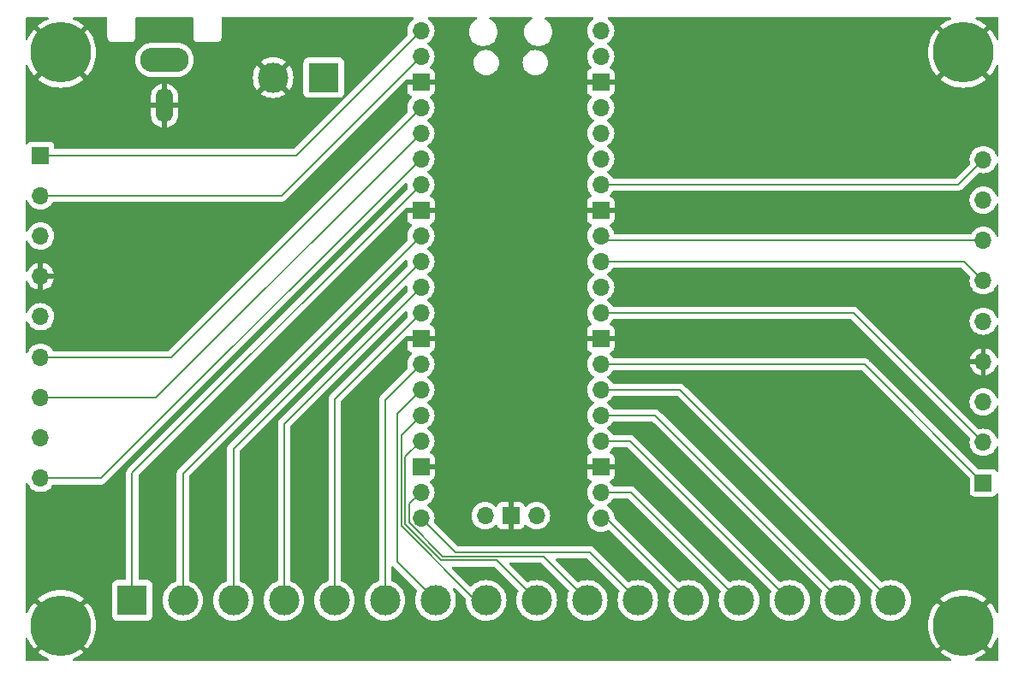
<source format=gbr>
%TF.GenerationSoftware,KiCad,Pcbnew,8.0.1*%
%TF.CreationDate,2024-07-17T22:43:04+10:00*%
%TF.ProjectId,psx,7073782e-6b69-4636-9164-5f7063625858,rev?*%
%TF.SameCoordinates,Original*%
%TF.FileFunction,Copper,L2,Bot*%
%TF.FilePolarity,Positive*%
%FSLAX46Y46*%
G04 Gerber Fmt 4.6, Leading zero omitted, Abs format (unit mm)*
G04 Created by KiCad (PCBNEW 8.0.1) date 2024-07-17 22:43:04*
%MOMM*%
%LPD*%
G01*
G04 APERTURE LIST*
%TA.AperFunction,ComponentPad*%
%ADD10R,3.000000X3.000000*%
%TD*%
%TA.AperFunction,ComponentPad*%
%ADD11C,3.000000*%
%TD*%
%TA.AperFunction,ComponentPad*%
%ADD12C,6.000000*%
%TD*%
%TA.AperFunction,ComponentPad*%
%ADD13O,1.700000X1.700000*%
%TD*%
%TA.AperFunction,ComponentPad*%
%ADD14R,1.700000X1.700000*%
%TD*%
%TA.AperFunction,ComponentPad*%
%ADD15O,4.800000X2.400000*%
%TD*%
%TA.AperFunction,ComponentPad*%
%ADD16O,1.700000X3.400000*%
%TD*%
%TA.AperFunction,Conductor*%
%ADD17C,0.200000*%
%TD*%
G04 APERTURE END LIST*
D10*
%TO.P,J4,1,Pin_1*%
%TO.N,Net-(J4-Pin_1)*%
X137500000Y-64500000D03*
D11*
%TO.P,J4,2,Pin_2*%
%TO.N,GND*%
X132500000Y-64500000D03*
%TD*%
D12*
%TO.P,H2,1,1*%
%TO.N,GND*%
X200750000Y-62000000D03*
%TD*%
D13*
%TO.P,U2,1,GPIO0*%
%TO.N,/PS_DAT_1*%
X147110000Y-59840000D03*
%TO.P,U2,2,GPIO1*%
%TO.N,/PS_CMD_1*%
X147110000Y-62380000D03*
D14*
%TO.P,U2,3,GND*%
%TO.N,GND*%
X147110000Y-64920000D03*
D13*
%TO.P,U2,4,GPIO2*%
%TO.N,/~{PS_ATT_1}*%
X147110000Y-67460000D03*
%TO.P,U2,5,GPIO3*%
%TO.N,/PS_CLK_1*%
X147110000Y-70000000D03*
%TO.P,U2,6,GPIO4*%
%TO.N,/PS_ACK_1*%
X147110000Y-72540000D03*
%TO.P,U2,7,GPIO5*%
%TO.N,Net-(J2-Pin_1)*%
X147110000Y-75080000D03*
D14*
%TO.P,U2,8,GND*%
%TO.N,GND*%
X147110000Y-77620000D03*
D13*
%TO.P,U2,9,GPIO6*%
%TO.N,Net-(J2-Pin_2)*%
X147110000Y-80160000D03*
%TO.P,U2,10,GPIO7*%
%TO.N,Net-(J2-Pin_3)*%
X147110000Y-82700000D03*
%TO.P,U2,11,GPIO8*%
%TO.N,Net-(J2-Pin_4)*%
X147110000Y-85240000D03*
%TO.P,U2,12,GPIO9*%
%TO.N,Net-(J2-Pin_5)*%
X147110000Y-87780000D03*
D14*
%TO.P,U2,13,GND*%
%TO.N,GND*%
X147110000Y-90320000D03*
D13*
%TO.P,U2,14,GPIO10*%
%TO.N,Net-(J2-Pin_6)*%
X147110000Y-92860000D03*
%TO.P,U2,15,GPIO11*%
%TO.N,Net-(J2-Pin_7)*%
X147110000Y-95400000D03*
%TO.P,U2,16,GPIO12*%
%TO.N,Net-(J2-Pin_8)*%
X147110000Y-97940000D03*
%TO.P,U2,17,GPIO13*%
%TO.N,Net-(J2-Pin_9)*%
X147110000Y-100480000D03*
D14*
%TO.P,U2,18,GND*%
%TO.N,GND*%
X147110000Y-103020000D03*
D13*
%TO.P,U2,19,GPIO14*%
%TO.N,Net-(J2-Pin_10)*%
X147110000Y-105560000D03*
%TO.P,U2,20,GPIO15*%
%TO.N,Net-(J2-Pin_11)*%
X147110000Y-108100000D03*
%TO.P,U2,21,GPIO16*%
%TO.N,Net-(J2-Pin_12)*%
X164890000Y-108100000D03*
%TO.P,U2,22,GPIO17*%
%TO.N,Net-(J2-Pin_13)*%
X164890000Y-105560000D03*
D14*
%TO.P,U2,23,GND*%
%TO.N,GND*%
X164890000Y-103020000D03*
D13*
%TO.P,U2,24,GPIO18*%
%TO.N,Net-(J2-Pin_14)*%
X164890000Y-100480000D03*
%TO.P,U2,25,GPIO19*%
%TO.N,Net-(J2-Pin_15)*%
X164890000Y-97940000D03*
%TO.P,U2,26,GPIO20*%
%TO.N,Net-(J2-Pin_16)*%
X164890000Y-95400000D03*
%TO.P,U2,27,GPIO21*%
%TO.N,/PS_DAT_2*%
X164890000Y-92860000D03*
D14*
%TO.P,U2,28,GND*%
%TO.N,GND*%
X164890000Y-90320000D03*
D13*
%TO.P,U2,29,GPIO22*%
%TO.N,/PS_CMD_2*%
X164890000Y-87780000D03*
%TO.P,U2,30,RUN*%
%TO.N,unconnected-(U2-RUN-Pad30)*%
X164890000Y-85240000D03*
%TO.P,U2,31,GPIO26_ADC0*%
%TO.N,/~{PS_ATT_2}*%
X164890000Y-82700000D03*
%TO.P,U2,32,GPIO27_ADC1*%
%TO.N,/PS_CLK_2*%
X164890000Y-80160000D03*
D14*
%TO.P,U2,33,AGND*%
%TO.N,GND*%
X164890000Y-77620000D03*
D13*
%TO.P,U2,34,GPIO28_ADC2*%
%TO.N,/PS_ACK_2*%
X164890000Y-75080000D03*
%TO.P,U2,35,ADC_VREF*%
%TO.N,unconnected-(U2-ADC_VREF-Pad35)*%
X164890000Y-72540000D03*
%TO.P,U2,36,3V3*%
%TO.N,unconnected-(U2-3V3-Pad36)_0*%
X164890000Y-70000000D03*
%TO.P,U2,37,3V3_EN*%
%TO.N,unconnected-(U2-3V3_EN-Pad37)_0*%
X164890000Y-67460000D03*
D14*
%TO.P,U2,38,GND*%
%TO.N,GND*%
X164890000Y-64920000D03*
D13*
%TO.P,U2,39,VSYS*%
%TO.N,unconnected-(U2-VSYS-Pad39)_0*%
X164890000Y-62380000D03*
%TO.P,U2,40,VBUS*%
%TO.N,+5V*%
X164890000Y-59840000D03*
%TO.P,U2,41,SWCLK*%
%TO.N,unconnected-(U2-SWCLK-Pad41)_0*%
X153460000Y-107870000D03*
D14*
%TO.P,U2,42,GND*%
%TO.N,GND*%
X156000000Y-107870000D03*
D13*
%TO.P,U2,43,SWDIO*%
%TO.N,unconnected-(U2-SWDIO-Pad43)_0*%
X158540000Y-107870000D03*
%TD*%
D12*
%TO.P,H4,1,1*%
%TO.N,GND*%
X200750000Y-118750000D03*
%TD*%
%TO.P,H1,1,1*%
%TO.N,GND*%
X111500000Y-62000000D03*
%TD*%
D10*
%TO.P,J2,1,Pin_1*%
%TO.N,Net-(J2-Pin_1)*%
X118567500Y-116250000D03*
D11*
%TO.P,J2,2,Pin_2*%
%TO.N,Net-(J2-Pin_2)*%
X123567500Y-116250000D03*
%TO.P,J2,3,Pin_3*%
%TO.N,Net-(J2-Pin_3)*%
X128567500Y-116250000D03*
%TO.P,J2,4,Pin_4*%
%TO.N,Net-(J2-Pin_4)*%
X133567500Y-116250000D03*
%TO.P,J2,5,Pin_5*%
%TO.N,Net-(J2-Pin_5)*%
X138567500Y-116250000D03*
%TO.P,J2,6,Pin_6*%
%TO.N,Net-(J2-Pin_6)*%
X143567500Y-116250000D03*
%TO.P,J2,7,Pin_7*%
%TO.N,Net-(J2-Pin_7)*%
X148567500Y-116250000D03*
%TO.P,J2,8,Pin_8*%
%TO.N,Net-(J2-Pin_8)*%
X153567500Y-116250000D03*
%TO.P,J2,9,Pin_9*%
%TO.N,Net-(J2-Pin_9)*%
X158567500Y-116250000D03*
%TO.P,J2,10,Pin_10*%
%TO.N,Net-(J2-Pin_10)*%
X163567500Y-116250000D03*
%TO.P,J2,11,Pin_11*%
%TO.N,Net-(J2-Pin_11)*%
X168567500Y-116250000D03*
%TO.P,J2,12,Pin_12*%
%TO.N,Net-(J2-Pin_12)*%
X173567500Y-116250000D03*
%TO.P,J2,13,Pin_13*%
%TO.N,Net-(J2-Pin_13)*%
X178567500Y-116250000D03*
%TO.P,J2,14,Pin_14*%
%TO.N,Net-(J2-Pin_14)*%
X183567500Y-116250000D03*
%TO.P,J2,15,Pin_15*%
%TO.N,Net-(J2-Pin_15)*%
X188567500Y-116250000D03*
%TO.P,J2,16,Pin_16*%
%TO.N,Net-(J2-Pin_16)*%
X193567500Y-116250000D03*
%TD*%
D12*
%TO.P,H3,1,1*%
%TO.N,GND*%
X111500000Y-118750000D03*
%TD*%
D14*
%TO.P,J3,1,Pin_1*%
%TO.N,/PS_DAT_2*%
X202725000Y-104611666D03*
D13*
%TO.P,J3,2,Pin_2*%
%TO.N,/PS_CMD_2*%
X202725000Y-100611666D03*
%TO.P,J3,3,Pin_3*%
%TO.N,unconnected-(J3-Pin_3-Pad3)*%
X202725000Y-96611666D03*
%TO.P,J3,4,Pin_4*%
%TO.N,GND*%
X202725000Y-92611666D03*
%TO.P,J3,5,Pin_5*%
%TO.N,+3.3V*%
X202725000Y-88611666D03*
%TO.P,J3,6,Pin_6*%
%TO.N,/~{PS_ATT_2}*%
X202725000Y-84611666D03*
%TO.P,J3,7,Pin_7*%
%TO.N,/PS_CLK_2*%
X202725000Y-80611666D03*
%TO.P,J3,8,Pin_8*%
%TO.N,unconnected-(J3-Pin_8-Pad8)*%
X202725000Y-76611666D03*
%TO.P,J3,9,Pin_9*%
%TO.N,/PS_ACK_2*%
X202725000Y-72611666D03*
%TD*%
D15*
%TO.P,J5,1,In*%
%TO.N,Net-(J4-Pin_1)*%
X121750000Y-62750000D03*
D16*
%TO.P,J5,2,Ext*%
%TO.N,GND*%
X121750000Y-67250001D03*
%TD*%
D14*
%TO.P,J1,1,Pin_1*%
%TO.N,/PS_DAT_1*%
X109499999Y-72176666D03*
D13*
%TO.P,J1,2,Pin_2*%
%TO.N,/PS_CMD_1*%
X109500000Y-76176667D03*
%TO.P,J1,3,Pin_3*%
%TO.N,unconnected-(J1-Pin_3-Pad3)*%
X109500000Y-80176666D03*
%TO.P,J1,4,Pin_4*%
%TO.N,GND*%
X109500000Y-84176666D03*
%TO.P,J1,5,Pin_5*%
%TO.N,+3.3V*%
X109500000Y-88176666D03*
%TO.P,J1,6,Pin_6*%
%TO.N,/~{PS_ATT_1}*%
X109500000Y-92176666D03*
%TO.P,J1,7,Pin_7*%
%TO.N,/PS_CLK_1*%
X109500000Y-96176666D03*
%TO.P,J1,8,Pin_8*%
%TO.N,unconnected-(J1-Pin_8-Pad8)*%
X109500000Y-100176665D03*
%TO.P,J1,9,Pin_9*%
%TO.N,/PS_ACK_1*%
X109499999Y-104176666D03*
%TD*%
D17*
%TO.N,/PS_DAT_1*%
X109499999Y-72176666D02*
X134773334Y-72176666D01*
X134773334Y-72176666D02*
X147110000Y-59840000D01*
%TO.N,/PS_CMD_1*%
X133313333Y-76176667D02*
X147110000Y-62380000D01*
X109500000Y-76176667D02*
X133313333Y-76176667D01*
%TO.N,/PS_ACK_1*%
X115473334Y-104176666D02*
X147110000Y-72540000D01*
X109499999Y-104176666D02*
X115473334Y-104176666D01*
%TO.N,/~{PS_ATT_1}*%
X109500000Y-92176666D02*
X122393334Y-92176666D01*
X122393334Y-92176666D02*
X147110000Y-67460000D01*
%TO.N,/PS_CLK_1*%
X120933334Y-96176666D02*
X147110000Y-70000000D01*
X109500000Y-96176666D02*
X120933334Y-96176666D01*
%TO.N,/PS_DAT_2*%
X202725000Y-104611666D02*
X190973334Y-92860000D01*
X190973334Y-92860000D02*
X164890000Y-92860000D01*
%TO.N,/PS_CLK_2*%
X202725000Y-80611666D02*
X165341666Y-80611666D01*
X165341666Y-80611666D02*
X164890000Y-80160000D01*
%TO.N,/PS_ACK_2*%
X200256666Y-75080000D02*
X202725000Y-72611666D01*
X164890000Y-75080000D02*
X200256666Y-75080000D01*
%TO.N,/~{PS_ATT_2}*%
X200813334Y-82700000D02*
X202725000Y-84611666D01*
X164890000Y-82700000D02*
X200813334Y-82700000D01*
%TO.N,/PS_CMD_2*%
X164890000Y-87780000D02*
X189893334Y-87780000D01*
X189893334Y-87780000D02*
X202725000Y-100611666D01*
%TO.N,Net-(J2-Pin_4)*%
X133567500Y-116250000D02*
X133567500Y-98782500D01*
X133567500Y-98782500D02*
X147110000Y-85240000D01*
%TO.N,Net-(J2-Pin_3)*%
X128567500Y-101242500D02*
X147110000Y-82700000D01*
X128567500Y-116250000D02*
X128567500Y-101242500D01*
%TO.N,Net-(J2-Pin_13)*%
X167877500Y-105560000D02*
X178567500Y-116250000D01*
X164890000Y-105560000D02*
X167877500Y-105560000D01*
%TO.N,Net-(J2-Pin_5)*%
X138567500Y-116250000D02*
X138567500Y-96322500D01*
X138567500Y-96322500D02*
X147110000Y-87780000D01*
%TO.N,Net-(J2-Pin_14)*%
X164890000Y-100480000D02*
X167797500Y-100480000D01*
X167797500Y-100480000D02*
X183567500Y-116250000D01*
%TO.N,Net-(J2-Pin_15)*%
X170257500Y-97940000D02*
X188567500Y-116250000D01*
X164890000Y-97940000D02*
X170257500Y-97940000D01*
%TO.N,Net-(J2-Pin_16)*%
X164890000Y-95400000D02*
X172717500Y-95400000D01*
X172717500Y-95400000D02*
X193567500Y-116250000D01*
%TO.N,Net-(J2-Pin_6)*%
X147110000Y-92860000D02*
X143567500Y-96402500D01*
X143567500Y-96402500D02*
X143567500Y-116250000D01*
%TO.N,Net-(J2-Pin_9)*%
X158567500Y-116250000D02*
X154617500Y-112300000D01*
X154617500Y-112300000D02*
X149117968Y-112300000D01*
X145560000Y-108742031D02*
X145560000Y-102030000D01*
X149117968Y-112300000D02*
X145560000Y-108742031D01*
X145560000Y-102030000D02*
X147110000Y-100480000D01*
%TO.N,Net-(J2-Pin_2)*%
X123567500Y-116250000D02*
X123567500Y-103702500D01*
X123567500Y-103702500D02*
X147110000Y-80160000D01*
%TO.N,Net-(J2-Pin_12)*%
X165417500Y-108100000D02*
X173567500Y-116250000D01*
X164890000Y-108100000D02*
X165417500Y-108100000D01*
%TO.N,Net-(J2-Pin_11)*%
X147110000Y-108100000D02*
X150510000Y-111500000D01*
X150510000Y-111500000D02*
X163817500Y-111500000D01*
X163817500Y-111500000D02*
X168567500Y-116250000D01*
%TO.N,Net-(J2-Pin_8)*%
X145160000Y-99890000D02*
X147110000Y-97940000D01*
X153567500Y-116250000D02*
X152502282Y-116250000D01*
X152502282Y-116250000D02*
X145160000Y-108907716D01*
X145160000Y-108907716D02*
X145160000Y-99890000D01*
%TO.N,Net-(J2-Pin_1)*%
X147110000Y-75080000D02*
X118567500Y-103622500D01*
X118567500Y-103622500D02*
X118567500Y-116250000D01*
%TO.N,Net-(J2-Pin_10)*%
X159217500Y-111900000D02*
X163567500Y-116250000D01*
X149283654Y-111900000D02*
X159217500Y-111900000D01*
X145960000Y-106710000D02*
X145960000Y-108576346D01*
X145960000Y-108576346D02*
X149283654Y-111900000D01*
X147110000Y-105560000D02*
X145960000Y-106710000D01*
%TO.N,Net-(J2-Pin_7)*%
X144760000Y-112442500D02*
X144760000Y-97750000D01*
X148567500Y-116250000D02*
X144760000Y-112442500D01*
X144760000Y-97750000D02*
X147110000Y-95400000D01*
%TD*%
%TA.AperFunction,Conductor*%
%TO.N,GND*%
G36*
X110355864Y-119727184D02*
G01*
X110522816Y-119894136D01*
X110630893Y-119972658D01*
X109206850Y-121396701D01*
X109439929Y-121585446D01*
X109747593Y-121785245D01*
X110074464Y-121951795D01*
X110225405Y-122009736D01*
X110280937Y-122052138D01*
X110304730Y-122117832D01*
X110289228Y-122185960D01*
X110239355Y-122234893D01*
X110180967Y-122249500D01*
X108124500Y-122249500D01*
X108057461Y-122229815D01*
X108011706Y-122177011D01*
X108000500Y-122125500D01*
X108000500Y-120069033D01*
X108020185Y-120001994D01*
X108072989Y-119956239D01*
X108142147Y-119946295D01*
X108205703Y-119975320D01*
X108240264Y-120024595D01*
X108298204Y-120175535D01*
X108464754Y-120502406D01*
X108664553Y-120810070D01*
X108853297Y-121043148D01*
X110277340Y-119619105D01*
X110355864Y-119727184D01*
G37*
%TD.AperFunction*%
%TA.AperFunction,Conductor*%
G36*
X152625219Y-58520185D02*
G01*
X152670974Y-58572989D01*
X152680918Y-58642147D01*
X152651893Y-58705703D01*
X152617198Y-58733555D01*
X152506371Y-58793531D01*
X152506365Y-58793535D01*
X152323222Y-58936081D01*
X152323219Y-58936084D01*
X152166016Y-59106852D01*
X152039075Y-59301151D01*
X151945842Y-59513699D01*
X151888866Y-59738691D01*
X151888864Y-59738702D01*
X151869700Y-59969993D01*
X151869700Y-59970006D01*
X151888864Y-60201297D01*
X151888866Y-60201308D01*
X151945842Y-60426300D01*
X152039075Y-60638848D01*
X152166016Y-60833147D01*
X152166019Y-60833151D01*
X152166021Y-60833153D01*
X152323216Y-61003913D01*
X152323219Y-61003915D01*
X152323222Y-61003918D01*
X152506365Y-61146464D01*
X152506371Y-61146468D01*
X152506374Y-61146470D01*
X152710497Y-61256936D01*
X152752382Y-61271315D01*
X152930015Y-61332297D01*
X152930017Y-61332297D01*
X152930019Y-61332298D01*
X153158951Y-61370500D01*
X153158952Y-61370500D01*
X153391048Y-61370500D01*
X153391049Y-61370500D01*
X153619981Y-61332298D01*
X153839503Y-61256936D01*
X154043626Y-61146470D01*
X154056702Y-61136293D01*
X154119391Y-61087500D01*
X154226784Y-61003913D01*
X154383979Y-60833153D01*
X154510924Y-60638849D01*
X154604157Y-60426300D01*
X154661134Y-60201305D01*
X154661135Y-60201297D01*
X154680300Y-59970006D01*
X154680300Y-59969993D01*
X154661135Y-59738702D01*
X154661133Y-59738691D01*
X154604157Y-59513699D01*
X154510924Y-59301151D01*
X154383983Y-59106852D01*
X154383980Y-59106849D01*
X154383979Y-59106847D01*
X154226784Y-58936087D01*
X154226779Y-58936083D01*
X154226777Y-58936081D01*
X154043634Y-58793535D01*
X154043628Y-58793531D01*
X153932802Y-58733555D01*
X153883212Y-58684335D01*
X153868104Y-58616118D01*
X153892275Y-58550563D01*
X153948050Y-58508482D01*
X153991820Y-58500500D01*
X158008180Y-58500500D01*
X158075219Y-58520185D01*
X158120974Y-58572989D01*
X158130918Y-58642147D01*
X158101893Y-58705703D01*
X158067198Y-58733555D01*
X157956371Y-58793531D01*
X157956365Y-58793535D01*
X157773222Y-58936081D01*
X157773219Y-58936084D01*
X157616016Y-59106852D01*
X157489075Y-59301151D01*
X157395842Y-59513699D01*
X157338866Y-59738691D01*
X157338864Y-59738702D01*
X157319700Y-59969993D01*
X157319700Y-59970006D01*
X157338864Y-60201297D01*
X157338866Y-60201308D01*
X157395842Y-60426300D01*
X157489075Y-60638848D01*
X157616016Y-60833147D01*
X157616019Y-60833151D01*
X157616021Y-60833153D01*
X157773216Y-61003913D01*
X157773219Y-61003915D01*
X157773222Y-61003918D01*
X157956365Y-61146464D01*
X157956371Y-61146468D01*
X157956374Y-61146470D01*
X158160497Y-61256936D01*
X158202382Y-61271315D01*
X158380015Y-61332297D01*
X158380017Y-61332297D01*
X158380019Y-61332298D01*
X158608951Y-61370500D01*
X158608952Y-61370500D01*
X158841048Y-61370500D01*
X158841049Y-61370500D01*
X159069981Y-61332298D01*
X159289503Y-61256936D01*
X159493626Y-61146470D01*
X159506702Y-61136293D01*
X159569391Y-61087500D01*
X159676784Y-61003913D01*
X159833979Y-60833153D01*
X159960924Y-60638849D01*
X160054157Y-60426300D01*
X160111134Y-60201305D01*
X160111135Y-60201297D01*
X160130300Y-59970006D01*
X160130300Y-59969993D01*
X160111135Y-59738702D01*
X160111133Y-59738691D01*
X160054157Y-59513699D01*
X159960924Y-59301151D01*
X159833983Y-59106852D01*
X159833980Y-59106849D01*
X159833979Y-59106847D01*
X159676784Y-58936087D01*
X159676779Y-58936083D01*
X159676777Y-58936081D01*
X159493634Y-58793535D01*
X159493628Y-58793531D01*
X159382802Y-58733555D01*
X159333212Y-58684335D01*
X159318104Y-58616118D01*
X159342275Y-58550563D01*
X159398050Y-58508482D01*
X159441820Y-58500500D01*
X164055201Y-58500500D01*
X164122240Y-58520185D01*
X164167995Y-58572989D01*
X164177939Y-58642147D01*
X164148914Y-58705703D01*
X164126324Y-58726075D01*
X164018597Y-58801505D01*
X163851505Y-58968597D01*
X163715965Y-59162169D01*
X163715964Y-59162171D01*
X163616098Y-59376335D01*
X163616094Y-59376344D01*
X163554938Y-59604586D01*
X163554936Y-59604596D01*
X163534341Y-59839999D01*
X163534341Y-59840000D01*
X163554936Y-60075403D01*
X163554938Y-60075413D01*
X163616094Y-60303655D01*
X163616096Y-60303659D01*
X163616097Y-60303663D01*
X163673284Y-60426300D01*
X163715965Y-60517830D01*
X163715967Y-60517834D01*
X163851501Y-60711395D01*
X163851506Y-60711402D01*
X164018597Y-60878493D01*
X164018603Y-60878498D01*
X164204158Y-61008425D01*
X164247783Y-61063002D01*
X164254977Y-61132500D01*
X164223454Y-61194855D01*
X164204158Y-61211575D01*
X164018597Y-61341505D01*
X163851505Y-61508597D01*
X163715965Y-61702169D01*
X163715964Y-61702171D01*
X163616098Y-61916335D01*
X163616094Y-61916344D01*
X163554938Y-62144586D01*
X163554936Y-62144596D01*
X163534341Y-62379999D01*
X163534341Y-62380000D01*
X163554936Y-62615403D01*
X163554938Y-62615413D01*
X163616094Y-62843655D01*
X163616096Y-62843659D01*
X163616097Y-62843663D01*
X163678359Y-62977184D01*
X163715965Y-63057830D01*
X163715967Y-63057834D01*
X163776397Y-63144136D01*
X163851501Y-63251396D01*
X163851506Y-63251402D01*
X163973818Y-63373714D01*
X164007303Y-63435037D01*
X164002319Y-63504729D01*
X163960447Y-63560662D01*
X163929471Y-63577577D01*
X163797912Y-63626646D01*
X163797906Y-63626649D01*
X163682812Y-63712809D01*
X163682809Y-63712812D01*
X163596649Y-63827906D01*
X163596645Y-63827913D01*
X163546403Y-63962620D01*
X163546401Y-63962627D01*
X163540000Y-64022155D01*
X163540000Y-64670000D01*
X164445440Y-64670000D01*
X164414755Y-64723147D01*
X164380000Y-64852857D01*
X164380000Y-64987143D01*
X164414755Y-65116853D01*
X164445440Y-65170000D01*
X163540000Y-65170000D01*
X163540000Y-65817844D01*
X163546401Y-65877372D01*
X163546403Y-65877379D01*
X163596645Y-66012086D01*
X163596649Y-66012093D01*
X163682809Y-66127187D01*
X163682812Y-66127190D01*
X163797906Y-66213350D01*
X163797913Y-66213354D01*
X163929470Y-66262421D01*
X163985403Y-66304292D01*
X164009821Y-66369756D01*
X163994970Y-66438029D01*
X163973819Y-66466284D01*
X163851503Y-66588600D01*
X163715965Y-66782169D01*
X163715964Y-66782171D01*
X163616098Y-66996335D01*
X163616094Y-66996344D01*
X163554938Y-67224586D01*
X163554936Y-67224596D01*
X163534341Y-67459999D01*
X163534341Y-67460000D01*
X163554936Y-67695403D01*
X163554938Y-67695413D01*
X163616094Y-67923655D01*
X163616096Y-67923659D01*
X163616097Y-67923663D01*
X163695058Y-68092994D01*
X163715965Y-68137830D01*
X163715967Y-68137834D01*
X163851501Y-68331395D01*
X163851506Y-68331402D01*
X164018597Y-68498493D01*
X164018603Y-68498498D01*
X164204158Y-68628425D01*
X164247783Y-68683002D01*
X164254977Y-68752500D01*
X164223454Y-68814855D01*
X164204158Y-68831575D01*
X164018597Y-68961505D01*
X163851505Y-69128597D01*
X163715965Y-69322169D01*
X163715964Y-69322171D01*
X163616098Y-69536335D01*
X163616094Y-69536344D01*
X163554938Y-69764586D01*
X163554936Y-69764596D01*
X163534341Y-69999999D01*
X163534341Y-70000000D01*
X163554936Y-70235403D01*
X163554938Y-70235413D01*
X163616094Y-70463655D01*
X163616096Y-70463659D01*
X163616097Y-70463663D01*
X163715965Y-70677830D01*
X163715967Y-70677834D01*
X163851501Y-70871395D01*
X163851506Y-70871402D01*
X164018597Y-71038493D01*
X164018603Y-71038498D01*
X164204158Y-71168425D01*
X164247783Y-71223002D01*
X164254977Y-71292500D01*
X164223454Y-71354855D01*
X164204158Y-71371575D01*
X164018597Y-71501505D01*
X163851505Y-71668597D01*
X163715965Y-71862169D01*
X163715964Y-71862171D01*
X163616098Y-72076335D01*
X163616094Y-72076344D01*
X163554938Y-72304586D01*
X163554936Y-72304596D01*
X163534341Y-72539999D01*
X163534341Y-72540000D01*
X163554936Y-72775403D01*
X163554938Y-72775413D01*
X163616094Y-73003655D01*
X163616096Y-73003659D01*
X163616097Y-73003663D01*
X163676944Y-73134149D01*
X163715965Y-73217830D01*
X163715967Y-73217834D01*
X163851501Y-73411395D01*
X163851506Y-73411402D01*
X164018597Y-73578493D01*
X164018603Y-73578498D01*
X164204158Y-73708425D01*
X164247783Y-73763002D01*
X164254977Y-73832500D01*
X164223454Y-73894855D01*
X164204158Y-73911575D01*
X164018597Y-74041505D01*
X163851505Y-74208597D01*
X163715965Y-74402169D01*
X163715964Y-74402171D01*
X163616098Y-74616335D01*
X163616094Y-74616344D01*
X163554938Y-74844586D01*
X163554936Y-74844596D01*
X163534341Y-75079999D01*
X163534341Y-75080000D01*
X163554936Y-75315403D01*
X163554938Y-75315413D01*
X163616094Y-75543655D01*
X163616096Y-75543659D01*
X163616097Y-75543663D01*
X163679906Y-75680501D01*
X163715965Y-75757830D01*
X163715967Y-75757834D01*
X163824281Y-75912521D01*
X163851501Y-75951396D01*
X163851506Y-75951402D01*
X163973818Y-76073714D01*
X164007303Y-76135037D01*
X164002319Y-76204729D01*
X163960447Y-76260662D01*
X163929471Y-76277577D01*
X163797912Y-76326646D01*
X163797906Y-76326649D01*
X163682812Y-76412809D01*
X163682809Y-76412812D01*
X163596649Y-76527906D01*
X163596645Y-76527913D01*
X163546403Y-76662620D01*
X163546401Y-76662627D01*
X163540000Y-76722155D01*
X163540000Y-77370000D01*
X164445440Y-77370000D01*
X164414755Y-77423147D01*
X164380000Y-77552857D01*
X164380000Y-77687143D01*
X164414755Y-77816853D01*
X164445440Y-77870000D01*
X163540000Y-77870000D01*
X163540000Y-78517844D01*
X163546401Y-78577372D01*
X163546403Y-78577379D01*
X163596645Y-78712086D01*
X163596649Y-78712093D01*
X163682809Y-78827187D01*
X163682812Y-78827190D01*
X163797906Y-78913350D01*
X163797913Y-78913354D01*
X163929470Y-78962421D01*
X163985403Y-79004292D01*
X164009821Y-79069756D01*
X163994970Y-79138029D01*
X163973819Y-79166284D01*
X163851503Y-79288600D01*
X163715965Y-79482169D01*
X163715964Y-79482171D01*
X163616098Y-79696335D01*
X163616094Y-79696344D01*
X163554938Y-79924586D01*
X163554936Y-79924596D01*
X163534341Y-80159999D01*
X163534341Y-80160000D01*
X163554936Y-80395403D01*
X163554938Y-80395413D01*
X163616094Y-80623655D01*
X163616096Y-80623659D01*
X163616097Y-80623663D01*
X163715965Y-80837830D01*
X163715967Y-80837834D01*
X163851501Y-81031395D01*
X163851506Y-81031402D01*
X164018597Y-81198493D01*
X164018603Y-81198498D01*
X164204158Y-81328425D01*
X164247783Y-81383002D01*
X164254977Y-81452500D01*
X164223454Y-81514855D01*
X164204158Y-81531575D01*
X164018597Y-81661505D01*
X163851505Y-81828597D01*
X163715965Y-82022169D01*
X163715964Y-82022171D01*
X163616098Y-82236335D01*
X163616094Y-82236344D01*
X163554938Y-82464586D01*
X163554936Y-82464596D01*
X163534341Y-82699999D01*
X163534341Y-82700000D01*
X163554936Y-82935403D01*
X163554938Y-82935413D01*
X163616094Y-83163655D01*
X163616096Y-83163659D01*
X163616097Y-83163663D01*
X163682277Y-83305586D01*
X163715965Y-83377830D01*
X163715967Y-83377834D01*
X163851501Y-83571395D01*
X163851506Y-83571402D01*
X164018597Y-83738493D01*
X164018603Y-83738498D01*
X164204158Y-83868425D01*
X164247783Y-83923002D01*
X164254977Y-83992500D01*
X164223454Y-84054855D01*
X164204158Y-84071575D01*
X164018597Y-84201505D01*
X163851505Y-84368597D01*
X163715965Y-84562169D01*
X163715964Y-84562171D01*
X163616098Y-84776335D01*
X163616094Y-84776344D01*
X163554938Y-85004586D01*
X163554936Y-85004596D01*
X163534341Y-85239999D01*
X163534341Y-85240000D01*
X163554936Y-85475403D01*
X163554938Y-85475413D01*
X163616094Y-85703655D01*
X163616096Y-85703659D01*
X163616097Y-85703663D01*
X163700921Y-85885569D01*
X163715965Y-85917830D01*
X163715967Y-85917834D01*
X163851501Y-86111395D01*
X163851506Y-86111402D01*
X164018597Y-86278493D01*
X164018603Y-86278498D01*
X164204158Y-86408425D01*
X164247783Y-86463002D01*
X164254977Y-86532500D01*
X164223454Y-86594855D01*
X164204158Y-86611575D01*
X164018597Y-86741505D01*
X163851505Y-86908597D01*
X163715965Y-87102169D01*
X163715964Y-87102171D01*
X163616098Y-87316335D01*
X163616094Y-87316344D01*
X163554938Y-87544586D01*
X163554936Y-87544596D01*
X163534341Y-87779999D01*
X163534341Y-87780000D01*
X163554936Y-88015403D01*
X163554938Y-88015413D01*
X163616094Y-88243655D01*
X163616096Y-88243659D01*
X163616097Y-88243663D01*
X163688839Y-88399658D01*
X163715965Y-88457830D01*
X163715967Y-88457834D01*
X163810699Y-88593124D01*
X163851501Y-88651396D01*
X163851506Y-88651402D01*
X163973818Y-88773714D01*
X164007303Y-88835037D01*
X164002319Y-88904729D01*
X163960447Y-88960662D01*
X163929471Y-88977577D01*
X163797912Y-89026646D01*
X163797906Y-89026649D01*
X163682812Y-89112809D01*
X163682809Y-89112812D01*
X163596649Y-89227906D01*
X163596645Y-89227913D01*
X163546403Y-89362620D01*
X163546401Y-89362627D01*
X163540000Y-89422155D01*
X163540000Y-90070000D01*
X164445440Y-90070000D01*
X164414755Y-90123147D01*
X164380000Y-90252857D01*
X164380000Y-90387143D01*
X164414755Y-90516853D01*
X164445440Y-90570000D01*
X163540000Y-90570000D01*
X163540000Y-91217844D01*
X163546401Y-91277372D01*
X163546403Y-91277379D01*
X163596645Y-91412086D01*
X163596649Y-91412093D01*
X163682809Y-91527187D01*
X163682812Y-91527190D01*
X163797906Y-91613350D01*
X163797913Y-91613354D01*
X163929470Y-91662421D01*
X163985403Y-91704292D01*
X164009821Y-91769756D01*
X163994970Y-91838029D01*
X163973819Y-91866284D01*
X163851503Y-91988600D01*
X163715965Y-92182169D01*
X163715964Y-92182171D01*
X163616098Y-92396335D01*
X163616094Y-92396344D01*
X163554938Y-92624586D01*
X163554936Y-92624596D01*
X163534341Y-92859999D01*
X163534341Y-92860000D01*
X163554936Y-93095403D01*
X163554938Y-93095413D01*
X163616094Y-93323655D01*
X163616096Y-93323659D01*
X163616097Y-93323663D01*
X163688839Y-93479658D01*
X163715965Y-93537830D01*
X163715967Y-93537834D01*
X163851501Y-93731395D01*
X163851506Y-93731402D01*
X164018597Y-93898493D01*
X164018603Y-93898498D01*
X164204158Y-94028425D01*
X164247783Y-94083002D01*
X164254977Y-94152500D01*
X164223454Y-94214855D01*
X164204158Y-94231575D01*
X164018597Y-94361505D01*
X163851505Y-94528597D01*
X163715965Y-94722169D01*
X163715964Y-94722171D01*
X163616098Y-94936335D01*
X163616094Y-94936344D01*
X163554938Y-95164586D01*
X163554936Y-95164596D01*
X163534341Y-95399999D01*
X163534341Y-95400000D01*
X163554936Y-95635403D01*
X163554938Y-95635413D01*
X163616094Y-95863655D01*
X163616096Y-95863659D01*
X163616097Y-95863663D01*
X163696841Y-96036819D01*
X163715965Y-96077830D01*
X163715967Y-96077834D01*
X163851501Y-96271395D01*
X163851506Y-96271402D01*
X164018597Y-96438493D01*
X164018603Y-96438498D01*
X164204158Y-96568425D01*
X164247783Y-96623002D01*
X164254977Y-96692500D01*
X164223454Y-96754855D01*
X164204158Y-96771575D01*
X164018597Y-96901505D01*
X163851505Y-97068597D01*
X163715965Y-97262169D01*
X163715964Y-97262171D01*
X163616098Y-97476335D01*
X163616094Y-97476344D01*
X163554938Y-97704586D01*
X163554936Y-97704596D01*
X163534341Y-97939999D01*
X163534341Y-97940000D01*
X163554936Y-98175403D01*
X163554938Y-98175413D01*
X163616094Y-98403655D01*
X163616096Y-98403659D01*
X163616097Y-98403663D01*
X163680093Y-98540902D01*
X163715965Y-98617830D01*
X163715967Y-98617834D01*
X163851501Y-98811395D01*
X163851506Y-98811402D01*
X164018597Y-98978493D01*
X164018603Y-98978498D01*
X164204158Y-99108425D01*
X164247783Y-99163002D01*
X164254977Y-99232500D01*
X164223454Y-99294855D01*
X164204158Y-99311575D01*
X164018597Y-99441505D01*
X163851505Y-99608597D01*
X163715965Y-99802169D01*
X163715964Y-99802171D01*
X163616098Y-100016335D01*
X163616094Y-100016344D01*
X163554938Y-100244586D01*
X163554936Y-100244596D01*
X163534341Y-100479999D01*
X163534341Y-100480000D01*
X163554936Y-100715403D01*
X163554938Y-100715413D01*
X163616094Y-100943655D01*
X163616096Y-100943660D01*
X163616097Y-100943663D01*
X163677490Y-101075321D01*
X163715965Y-101157830D01*
X163715967Y-101157834D01*
X163808161Y-101289500D01*
X163851501Y-101351396D01*
X163851506Y-101351402D01*
X163973818Y-101473714D01*
X164007303Y-101535037D01*
X164002319Y-101604729D01*
X163960447Y-101660662D01*
X163929471Y-101677577D01*
X163797912Y-101726646D01*
X163797906Y-101726649D01*
X163682812Y-101812809D01*
X163682809Y-101812812D01*
X163596649Y-101927906D01*
X163596645Y-101927913D01*
X163546403Y-102062620D01*
X163546401Y-102062627D01*
X163540000Y-102122155D01*
X163540000Y-102770000D01*
X164445440Y-102770000D01*
X164414755Y-102823147D01*
X164380000Y-102952857D01*
X164380000Y-103087143D01*
X164414755Y-103216853D01*
X164445440Y-103270000D01*
X163540000Y-103270000D01*
X163540000Y-103917844D01*
X163546401Y-103977372D01*
X163546403Y-103977379D01*
X163596645Y-104112086D01*
X163596649Y-104112093D01*
X163682809Y-104227187D01*
X163682812Y-104227190D01*
X163797906Y-104313350D01*
X163797913Y-104313354D01*
X163929470Y-104362421D01*
X163985403Y-104404292D01*
X164009821Y-104469756D01*
X163994970Y-104538029D01*
X163973819Y-104566284D01*
X163851503Y-104688600D01*
X163715965Y-104882169D01*
X163715964Y-104882171D01*
X163616098Y-105096335D01*
X163616094Y-105096344D01*
X163554938Y-105324586D01*
X163554936Y-105324596D01*
X163534341Y-105559999D01*
X163534341Y-105560000D01*
X163554936Y-105795403D01*
X163554938Y-105795413D01*
X163616094Y-106023655D01*
X163616096Y-106023659D01*
X163616097Y-106023663D01*
X163688839Y-106179658D01*
X163715965Y-106237830D01*
X163715967Y-106237834D01*
X163851501Y-106431395D01*
X163851506Y-106431402D01*
X164018597Y-106598493D01*
X164018603Y-106598498D01*
X164204158Y-106728425D01*
X164247783Y-106783002D01*
X164254977Y-106852500D01*
X164223454Y-106914855D01*
X164204158Y-106931575D01*
X164018597Y-107061505D01*
X163851505Y-107228597D01*
X163715965Y-107422169D01*
X163715964Y-107422171D01*
X163616098Y-107636335D01*
X163616094Y-107636344D01*
X163554938Y-107864586D01*
X163554936Y-107864596D01*
X163534341Y-108099999D01*
X163534341Y-108100000D01*
X163554936Y-108335403D01*
X163554938Y-108335413D01*
X163616094Y-108563655D01*
X163616096Y-108563659D01*
X163616097Y-108563663D01*
X163625362Y-108583531D01*
X163715965Y-108777830D01*
X163715967Y-108777834D01*
X163752865Y-108830529D01*
X163851505Y-108971401D01*
X164018599Y-109138495D01*
X164109552Y-109202181D01*
X164212165Y-109274032D01*
X164212167Y-109274033D01*
X164212170Y-109274035D01*
X164426337Y-109373903D01*
X164654592Y-109435063D01*
X164842918Y-109451539D01*
X164889999Y-109455659D01*
X164890000Y-109455659D01*
X164890001Y-109455659D01*
X164929234Y-109452226D01*
X165125408Y-109435063D01*
X165353663Y-109373903D01*
X165567830Y-109274035D01*
X165585214Y-109261861D01*
X165651420Y-109239534D01*
X165719187Y-109256543D01*
X165744020Y-109275755D01*
X171727637Y-115259372D01*
X171761122Y-115320695D01*
X171756138Y-115390387D01*
X171748791Y-115406475D01*
X171743135Y-115416833D01*
X171643128Y-115684962D01*
X171582304Y-115964566D01*
X171561890Y-116249998D01*
X171561890Y-116250001D01*
X171582304Y-116535433D01*
X171643128Y-116815037D01*
X171743135Y-117083166D01*
X171880270Y-117334309D01*
X171880275Y-117334317D01*
X172051754Y-117563387D01*
X172051770Y-117563405D01*
X172254094Y-117765729D01*
X172254112Y-117765745D01*
X172483182Y-117937224D01*
X172483190Y-117937229D01*
X172734333Y-118074364D01*
X172734332Y-118074364D01*
X172734336Y-118074365D01*
X172734339Y-118074367D01*
X173002454Y-118174369D01*
X173002460Y-118174370D01*
X173002462Y-118174371D01*
X173282066Y-118235195D01*
X173282068Y-118235195D01*
X173282072Y-118235196D01*
X173535720Y-118253337D01*
X173567499Y-118255610D01*
X173567500Y-118255610D01*
X173567501Y-118255610D01*
X173596095Y-118253564D01*
X173852928Y-118235196D01*
X174043242Y-118193796D01*
X174132537Y-118174371D01*
X174132537Y-118174370D01*
X174132546Y-118174369D01*
X174400661Y-118074367D01*
X174651815Y-117937226D01*
X174880895Y-117765739D01*
X175083239Y-117563395D01*
X175254726Y-117334315D01*
X175391867Y-117083161D01*
X175491869Y-116815046D01*
X175491871Y-116815037D01*
X175552695Y-116535433D01*
X175552695Y-116535432D01*
X175552696Y-116535428D01*
X175573110Y-116250000D01*
X175552696Y-115964572D01*
X175491869Y-115684954D01*
X175391867Y-115416839D01*
X175341724Y-115325010D01*
X175254729Y-115165690D01*
X175254724Y-115165682D01*
X175083245Y-114936612D01*
X175083229Y-114936594D01*
X174880905Y-114734270D01*
X174880887Y-114734254D01*
X174651817Y-114562775D01*
X174651809Y-114562770D01*
X174400666Y-114425635D01*
X174400667Y-114425635D01*
X174293415Y-114385632D01*
X174132546Y-114325631D01*
X174132543Y-114325630D01*
X174132537Y-114325628D01*
X173852933Y-114264804D01*
X173567501Y-114244390D01*
X173567499Y-114244390D01*
X173282066Y-114264804D01*
X173002462Y-114325628D01*
X172734333Y-114425635D01*
X172723975Y-114431291D01*
X172655701Y-114446140D01*
X172590238Y-114421719D01*
X172576872Y-114410137D01*
X166275551Y-108108816D01*
X166242066Y-108047493D01*
X166239704Y-108031942D01*
X166225063Y-107864597D01*
X166225063Y-107864596D01*
X166225063Y-107864592D01*
X166163903Y-107636337D01*
X166064035Y-107422171D01*
X166044839Y-107394755D01*
X165928494Y-107228597D01*
X165761402Y-107061506D01*
X165761396Y-107061501D01*
X165575842Y-106931575D01*
X165532217Y-106876998D01*
X165525023Y-106807500D01*
X165556546Y-106745145D01*
X165575842Y-106728425D01*
X165622197Y-106695967D01*
X165761401Y-106598495D01*
X165928495Y-106431401D01*
X166064035Y-106237830D01*
X166066707Y-106232097D01*
X166112878Y-106179658D01*
X166179091Y-106160500D01*
X167577403Y-106160500D01*
X167644442Y-106180185D01*
X167665084Y-106196819D01*
X176727637Y-115259372D01*
X176761122Y-115320695D01*
X176756138Y-115390387D01*
X176748791Y-115406475D01*
X176743135Y-115416833D01*
X176643128Y-115684962D01*
X176582304Y-115964566D01*
X176561890Y-116249998D01*
X176561890Y-116250001D01*
X176582304Y-116535433D01*
X176643128Y-116815037D01*
X176743135Y-117083166D01*
X176880270Y-117334309D01*
X176880275Y-117334317D01*
X177051754Y-117563387D01*
X177051770Y-117563405D01*
X177254094Y-117765729D01*
X177254112Y-117765745D01*
X177483182Y-117937224D01*
X177483190Y-117937229D01*
X177734333Y-118074364D01*
X177734332Y-118074364D01*
X177734336Y-118074365D01*
X177734339Y-118074367D01*
X178002454Y-118174369D01*
X178002460Y-118174370D01*
X178002462Y-118174371D01*
X178282066Y-118235195D01*
X178282068Y-118235195D01*
X178282072Y-118235196D01*
X178535720Y-118253337D01*
X178567499Y-118255610D01*
X178567500Y-118255610D01*
X178567501Y-118255610D01*
X178596095Y-118253564D01*
X178852928Y-118235196D01*
X179043242Y-118193796D01*
X179132537Y-118174371D01*
X179132537Y-118174370D01*
X179132546Y-118174369D01*
X179400661Y-118074367D01*
X179651815Y-117937226D01*
X179880895Y-117765739D01*
X180083239Y-117563395D01*
X180254726Y-117334315D01*
X180391867Y-117083161D01*
X180491869Y-116815046D01*
X180491871Y-116815037D01*
X180552695Y-116535433D01*
X180552695Y-116535432D01*
X180552696Y-116535428D01*
X180573110Y-116250000D01*
X180552696Y-115964572D01*
X180491869Y-115684954D01*
X180391867Y-115416839D01*
X180341724Y-115325010D01*
X180254729Y-115165690D01*
X180254724Y-115165682D01*
X180083245Y-114936612D01*
X180083229Y-114936594D01*
X179880905Y-114734270D01*
X179880887Y-114734254D01*
X179651817Y-114562775D01*
X179651809Y-114562770D01*
X179400666Y-114425635D01*
X179400667Y-114425635D01*
X179293415Y-114385632D01*
X179132546Y-114325631D01*
X179132543Y-114325630D01*
X179132537Y-114325628D01*
X178852933Y-114264804D01*
X178567501Y-114244390D01*
X178567499Y-114244390D01*
X178282066Y-114264804D01*
X178002462Y-114325628D01*
X177734333Y-114425635D01*
X177723975Y-114431291D01*
X177655701Y-114446140D01*
X177590238Y-114421719D01*
X177576872Y-114410137D01*
X168365090Y-105198355D01*
X168365088Y-105198352D01*
X168246217Y-105079481D01*
X168246216Y-105079480D01*
X168159404Y-105029360D01*
X168159404Y-105029359D01*
X168159400Y-105029358D01*
X168109285Y-105000423D01*
X167956557Y-104959499D01*
X167798443Y-104959499D01*
X167790847Y-104959499D01*
X167790831Y-104959500D01*
X166179091Y-104959500D01*
X166112052Y-104939815D01*
X166066711Y-104887909D01*
X166064037Y-104882175D01*
X166064034Y-104882170D01*
X166064033Y-104882169D01*
X165928495Y-104688599D01*
X165806179Y-104566283D01*
X165772696Y-104504963D01*
X165777680Y-104435271D01*
X165819551Y-104379337D01*
X165850529Y-104362422D01*
X165982086Y-104313354D01*
X165982093Y-104313350D01*
X166097187Y-104227190D01*
X166097190Y-104227187D01*
X166183350Y-104112093D01*
X166183354Y-104112086D01*
X166233596Y-103977379D01*
X166233598Y-103977372D01*
X166239999Y-103917844D01*
X166240000Y-103917827D01*
X166240000Y-103270000D01*
X165334560Y-103270000D01*
X165365245Y-103216853D01*
X165400000Y-103087143D01*
X165400000Y-102952857D01*
X165365245Y-102823147D01*
X165334560Y-102770000D01*
X166240000Y-102770000D01*
X166240000Y-102122172D01*
X166239999Y-102122155D01*
X166233598Y-102062627D01*
X166233596Y-102062620D01*
X166183354Y-101927913D01*
X166183350Y-101927906D01*
X166097190Y-101812812D01*
X166097187Y-101812809D01*
X165982093Y-101726649D01*
X165982088Y-101726646D01*
X165850528Y-101677577D01*
X165794595Y-101635705D01*
X165770178Y-101570241D01*
X165785030Y-101501968D01*
X165806175Y-101473720D01*
X165928495Y-101351401D01*
X166064035Y-101157830D01*
X166066707Y-101152097D01*
X166112878Y-101099658D01*
X166179091Y-101080500D01*
X167497403Y-101080500D01*
X167564442Y-101100185D01*
X167585084Y-101116819D01*
X181727637Y-115259372D01*
X181761122Y-115320695D01*
X181756138Y-115390387D01*
X181748791Y-115406475D01*
X181743135Y-115416833D01*
X181643128Y-115684962D01*
X181582304Y-115964566D01*
X181561890Y-116249998D01*
X181561890Y-116250001D01*
X181582304Y-116535433D01*
X181643128Y-116815037D01*
X181743135Y-117083166D01*
X181880270Y-117334309D01*
X181880275Y-117334317D01*
X182051754Y-117563387D01*
X182051770Y-117563405D01*
X182254094Y-117765729D01*
X182254112Y-117765745D01*
X182483182Y-117937224D01*
X182483190Y-117937229D01*
X182734333Y-118074364D01*
X182734332Y-118074364D01*
X182734336Y-118074365D01*
X182734339Y-118074367D01*
X183002454Y-118174369D01*
X183002460Y-118174370D01*
X183002462Y-118174371D01*
X183282066Y-118235195D01*
X183282068Y-118235195D01*
X183282072Y-118235196D01*
X183535720Y-118253337D01*
X183567499Y-118255610D01*
X183567500Y-118255610D01*
X183567501Y-118255610D01*
X183596095Y-118253564D01*
X183852928Y-118235196D01*
X184043242Y-118193796D01*
X184132537Y-118174371D01*
X184132537Y-118174370D01*
X184132546Y-118174369D01*
X184400661Y-118074367D01*
X184651815Y-117937226D01*
X184880895Y-117765739D01*
X185083239Y-117563395D01*
X185254726Y-117334315D01*
X185391867Y-117083161D01*
X185491869Y-116815046D01*
X185491871Y-116815037D01*
X185552695Y-116535433D01*
X185552695Y-116535432D01*
X185552696Y-116535428D01*
X185573110Y-116250000D01*
X185552696Y-115964572D01*
X185491869Y-115684954D01*
X185391867Y-115416839D01*
X185341724Y-115325010D01*
X185254729Y-115165690D01*
X185254724Y-115165682D01*
X185083245Y-114936612D01*
X185083229Y-114936594D01*
X184880905Y-114734270D01*
X184880887Y-114734254D01*
X184651817Y-114562775D01*
X184651809Y-114562770D01*
X184400666Y-114425635D01*
X184400667Y-114425635D01*
X184293415Y-114385632D01*
X184132546Y-114325631D01*
X184132543Y-114325630D01*
X184132537Y-114325628D01*
X183852933Y-114264804D01*
X183567501Y-114244390D01*
X183567499Y-114244390D01*
X183282066Y-114264804D01*
X183002462Y-114325628D01*
X182734333Y-114425635D01*
X182723975Y-114431291D01*
X182655701Y-114446140D01*
X182590238Y-114421719D01*
X182576872Y-114410137D01*
X168285090Y-100118355D01*
X168285088Y-100118352D01*
X168166217Y-99999481D01*
X168166216Y-99999480D01*
X168052519Y-99933837D01*
X168052519Y-99933836D01*
X168052514Y-99933835D01*
X168044408Y-99929154D01*
X168029286Y-99920423D01*
X167991103Y-99910192D01*
X167876557Y-99879499D01*
X167718443Y-99879499D01*
X167710847Y-99879499D01*
X167710831Y-99879500D01*
X166179091Y-99879500D01*
X166112052Y-99859815D01*
X166066711Y-99807909D01*
X166064037Y-99802175D01*
X166064034Y-99802170D01*
X166064033Y-99802169D01*
X166001597Y-99713000D01*
X165928494Y-99608597D01*
X165761402Y-99441506D01*
X165761396Y-99441501D01*
X165575842Y-99311575D01*
X165532217Y-99256998D01*
X165525023Y-99187500D01*
X165556546Y-99125145D01*
X165575842Y-99108425D01*
X165598026Y-99092891D01*
X165761401Y-98978495D01*
X165928495Y-98811401D01*
X166064035Y-98617830D01*
X166066707Y-98612097D01*
X166112878Y-98559658D01*
X166179091Y-98540500D01*
X169957403Y-98540500D01*
X170024442Y-98560185D01*
X170045084Y-98576819D01*
X186727637Y-115259372D01*
X186761122Y-115320695D01*
X186756138Y-115390387D01*
X186748791Y-115406475D01*
X186743135Y-115416833D01*
X186643128Y-115684962D01*
X186582304Y-115964566D01*
X186561890Y-116249998D01*
X186561890Y-116250001D01*
X186582304Y-116535433D01*
X186643128Y-116815037D01*
X186743135Y-117083166D01*
X186880270Y-117334309D01*
X186880275Y-117334317D01*
X187051754Y-117563387D01*
X187051770Y-117563405D01*
X187254094Y-117765729D01*
X187254112Y-117765745D01*
X187483182Y-117937224D01*
X187483190Y-117937229D01*
X187734333Y-118074364D01*
X187734332Y-118074364D01*
X187734336Y-118074365D01*
X187734339Y-118074367D01*
X188002454Y-118174369D01*
X188002460Y-118174370D01*
X188002462Y-118174371D01*
X188282066Y-118235195D01*
X188282068Y-118235195D01*
X188282072Y-118235196D01*
X188535720Y-118253337D01*
X188567499Y-118255610D01*
X188567500Y-118255610D01*
X188567501Y-118255610D01*
X188596095Y-118253564D01*
X188852928Y-118235196D01*
X189043242Y-118193796D01*
X189132537Y-118174371D01*
X189132537Y-118174370D01*
X189132546Y-118174369D01*
X189400661Y-118074367D01*
X189651815Y-117937226D01*
X189880895Y-117765739D01*
X190083239Y-117563395D01*
X190254726Y-117334315D01*
X190391867Y-117083161D01*
X190491869Y-116815046D01*
X190491871Y-116815037D01*
X190552695Y-116535433D01*
X190552695Y-116535432D01*
X190552696Y-116535428D01*
X190573110Y-116250000D01*
X190552696Y-115964572D01*
X190491869Y-115684954D01*
X190391867Y-115416839D01*
X190341724Y-115325010D01*
X190254729Y-115165690D01*
X190254724Y-115165682D01*
X190083245Y-114936612D01*
X190083229Y-114936594D01*
X189880905Y-114734270D01*
X189880887Y-114734254D01*
X189651817Y-114562775D01*
X189651809Y-114562770D01*
X189400666Y-114425635D01*
X189400667Y-114425635D01*
X189293415Y-114385632D01*
X189132546Y-114325631D01*
X189132543Y-114325630D01*
X189132537Y-114325628D01*
X188852933Y-114264804D01*
X188567501Y-114244390D01*
X188567499Y-114244390D01*
X188282066Y-114264804D01*
X188002462Y-114325628D01*
X187734333Y-114425635D01*
X187723975Y-114431291D01*
X187655701Y-114446140D01*
X187590238Y-114421719D01*
X187576872Y-114410137D01*
X170745090Y-97578355D01*
X170745088Y-97578352D01*
X170626217Y-97459481D01*
X170626216Y-97459480D01*
X170539404Y-97409360D01*
X170539404Y-97409359D01*
X170539400Y-97409358D01*
X170489285Y-97380423D01*
X170336557Y-97339499D01*
X170178443Y-97339499D01*
X170170847Y-97339499D01*
X170170831Y-97339500D01*
X166179091Y-97339500D01*
X166112052Y-97319815D01*
X166066711Y-97267909D01*
X166064037Y-97262175D01*
X166064034Y-97262170D01*
X166064033Y-97262169D01*
X165933208Y-97075330D01*
X165928494Y-97068597D01*
X165761402Y-96901506D01*
X165761396Y-96901501D01*
X165575842Y-96771575D01*
X165532217Y-96716998D01*
X165525023Y-96647500D01*
X165556546Y-96585145D01*
X165575842Y-96568425D01*
X165623699Y-96534915D01*
X165761401Y-96438495D01*
X165928495Y-96271401D01*
X166064035Y-96077830D01*
X166066707Y-96072097D01*
X166112878Y-96019658D01*
X166179091Y-96000500D01*
X172417403Y-96000500D01*
X172484442Y-96020185D01*
X172505084Y-96036819D01*
X191727637Y-115259373D01*
X191761122Y-115320696D01*
X191756138Y-115390388D01*
X191748789Y-115406479D01*
X191743136Y-115416830D01*
X191743135Y-115416832D01*
X191643128Y-115684962D01*
X191582304Y-115964566D01*
X191561890Y-116249998D01*
X191561890Y-116250001D01*
X191582304Y-116535433D01*
X191643128Y-116815037D01*
X191743135Y-117083166D01*
X191880270Y-117334309D01*
X191880275Y-117334317D01*
X192051754Y-117563387D01*
X192051770Y-117563405D01*
X192254094Y-117765729D01*
X192254112Y-117765745D01*
X192483182Y-117937224D01*
X192483190Y-117937229D01*
X192734333Y-118074364D01*
X192734332Y-118074364D01*
X192734336Y-118074365D01*
X192734339Y-118074367D01*
X193002454Y-118174369D01*
X193002460Y-118174370D01*
X193002462Y-118174371D01*
X193282066Y-118235195D01*
X193282068Y-118235195D01*
X193282072Y-118235196D01*
X193535720Y-118253337D01*
X193567499Y-118255610D01*
X193567500Y-118255610D01*
X193567501Y-118255610D01*
X193596095Y-118253564D01*
X193852928Y-118235196D01*
X194043242Y-118193796D01*
X194132537Y-118174371D01*
X194132537Y-118174370D01*
X194132546Y-118174369D01*
X194400661Y-118074367D01*
X194651815Y-117937226D01*
X194880895Y-117765739D01*
X195083239Y-117563395D01*
X195254726Y-117334315D01*
X195391867Y-117083161D01*
X195491869Y-116815046D01*
X195491871Y-116815037D01*
X195552695Y-116535433D01*
X195552695Y-116535432D01*
X195552696Y-116535428D01*
X195573110Y-116250000D01*
X195552696Y-115964572D01*
X195491869Y-115684954D01*
X195391867Y-115416839D01*
X195341724Y-115325010D01*
X195254729Y-115165690D01*
X195254724Y-115165682D01*
X195083245Y-114936612D01*
X195083229Y-114936594D01*
X194880905Y-114734270D01*
X194880887Y-114734254D01*
X194651817Y-114562775D01*
X194651809Y-114562770D01*
X194400666Y-114425635D01*
X194400667Y-114425635D01*
X194293415Y-114385632D01*
X194132546Y-114325631D01*
X194132543Y-114325630D01*
X194132537Y-114325628D01*
X193852933Y-114264804D01*
X193567501Y-114244390D01*
X193567499Y-114244390D01*
X193282066Y-114264804D01*
X193002462Y-114325628D01*
X192734332Y-114425635D01*
X192734330Y-114425636D01*
X192723979Y-114431289D01*
X192655706Y-114446140D01*
X192590242Y-114421722D01*
X192576873Y-114410137D01*
X173205090Y-95038355D01*
X173205088Y-95038352D01*
X173086217Y-94919481D01*
X173086216Y-94919480D01*
X172999404Y-94869360D01*
X172999404Y-94869359D01*
X172999400Y-94869358D01*
X172949285Y-94840423D01*
X172796557Y-94799499D01*
X172638443Y-94799499D01*
X172630847Y-94799499D01*
X172630831Y-94799500D01*
X166179091Y-94799500D01*
X166112052Y-94779815D01*
X166066711Y-94727909D01*
X166064037Y-94722175D01*
X166064034Y-94722170D01*
X166064033Y-94722169D01*
X165928495Y-94528599D01*
X165928494Y-94528597D01*
X165761402Y-94361506D01*
X165761396Y-94361501D01*
X165575842Y-94231575D01*
X165532217Y-94176998D01*
X165525023Y-94107500D01*
X165556546Y-94045145D01*
X165575842Y-94028425D01*
X165698842Y-93942299D01*
X165761401Y-93898495D01*
X165928495Y-93731401D01*
X166064035Y-93537830D01*
X166066707Y-93532097D01*
X166112878Y-93479658D01*
X166179091Y-93460500D01*
X190673237Y-93460500D01*
X190740276Y-93480185D01*
X190760918Y-93496819D01*
X201338181Y-104074082D01*
X201371666Y-104135405D01*
X201374500Y-104161763D01*
X201374500Y-105509536D01*
X201374501Y-105509542D01*
X201380908Y-105569149D01*
X201431202Y-105703994D01*
X201431206Y-105704001D01*
X201517452Y-105819210D01*
X201517455Y-105819213D01*
X201632664Y-105905459D01*
X201632671Y-105905463D01*
X201767517Y-105955757D01*
X201767516Y-105955757D01*
X201774444Y-105956501D01*
X201827127Y-105962166D01*
X203622872Y-105962165D01*
X203682483Y-105955757D01*
X203817331Y-105905462D01*
X203932546Y-105819212D01*
X203971392Y-105767321D01*
X204024112Y-105696897D01*
X204026145Y-105698419D01*
X204066063Y-105658494D01*
X204134335Y-105643636D01*
X204199801Y-105668047D01*
X204241678Y-105723977D01*
X204249500Y-105767321D01*
X204249500Y-117430966D01*
X204229815Y-117498005D01*
X204177011Y-117543760D01*
X204107853Y-117553704D01*
X204044297Y-117524679D01*
X204009736Y-117475404D01*
X203951795Y-117324464D01*
X203785245Y-116997594D01*
X203585446Y-116689929D01*
X203396701Y-116456850D01*
X201972658Y-117880893D01*
X201894136Y-117772816D01*
X201727184Y-117605864D01*
X201619106Y-117527340D01*
X203043149Y-116103297D01*
X202810070Y-115914553D01*
X202502406Y-115714754D01*
X202175535Y-115548204D01*
X201833051Y-115416736D01*
X201478685Y-115321784D01*
X201116353Y-115264397D01*
X200750001Y-115245197D01*
X200749999Y-115245197D01*
X200383646Y-115264397D01*
X200021315Y-115321784D01*
X200021313Y-115321784D01*
X199666948Y-115416736D01*
X199324464Y-115548204D01*
X198997594Y-115714754D01*
X198689924Y-115914557D01*
X198456849Y-116103296D01*
X198456849Y-116103297D01*
X199880893Y-117527341D01*
X199772816Y-117605864D01*
X199605864Y-117772816D01*
X199527341Y-117880893D01*
X198103297Y-116456849D01*
X198103296Y-116456849D01*
X197914557Y-116689924D01*
X197714754Y-116997594D01*
X197548204Y-117324464D01*
X197416736Y-117666948D01*
X197321784Y-118021313D01*
X197321784Y-118021315D01*
X197264397Y-118383646D01*
X197245197Y-118749999D01*
X197245197Y-118750000D01*
X197264397Y-119116353D01*
X197321784Y-119478684D01*
X197321784Y-119478686D01*
X197416736Y-119833051D01*
X197548204Y-120175535D01*
X197714754Y-120502406D01*
X197914553Y-120810070D01*
X198103297Y-121043148D01*
X199527340Y-119619105D01*
X199605864Y-119727184D01*
X199772816Y-119894136D01*
X199880893Y-119972658D01*
X198456850Y-121396701D01*
X198689929Y-121585446D01*
X198997593Y-121785245D01*
X199324464Y-121951795D01*
X199475405Y-122009736D01*
X199530937Y-122052138D01*
X199554730Y-122117832D01*
X199539228Y-122185960D01*
X199489355Y-122234893D01*
X199430967Y-122249500D01*
X112819033Y-122249500D01*
X112751994Y-122229815D01*
X112706239Y-122177011D01*
X112696295Y-122107853D01*
X112725320Y-122044297D01*
X112774595Y-122009736D01*
X112925535Y-121951795D01*
X113252406Y-121785245D01*
X113560064Y-121585450D01*
X113793148Y-121396701D01*
X112369106Y-119972659D01*
X112477184Y-119894136D01*
X112644136Y-119727184D01*
X112722659Y-119619106D01*
X114146701Y-121043148D01*
X114335450Y-120810064D01*
X114535245Y-120502406D01*
X114701795Y-120175535D01*
X114833263Y-119833051D01*
X114928215Y-119478686D01*
X114928215Y-119478684D01*
X114985602Y-119116353D01*
X115004803Y-118750000D01*
X115004803Y-118749999D01*
X114985602Y-118383646D01*
X114928215Y-118021315D01*
X114928215Y-118021313D01*
X114833263Y-117666948D01*
X114701795Y-117324464D01*
X114535245Y-116997594D01*
X114335446Y-116689929D01*
X114146701Y-116456850D01*
X112722658Y-117880893D01*
X112644136Y-117772816D01*
X112477184Y-117605864D01*
X112369106Y-117527340D01*
X113793149Y-116103297D01*
X113560070Y-115914553D01*
X113252406Y-115714754D01*
X112925535Y-115548204D01*
X112583051Y-115416736D01*
X112228685Y-115321784D01*
X111866353Y-115264397D01*
X111500001Y-115245197D01*
X111499999Y-115245197D01*
X111133646Y-115264397D01*
X110771315Y-115321784D01*
X110771313Y-115321784D01*
X110416948Y-115416736D01*
X110074464Y-115548204D01*
X109747594Y-115714754D01*
X109439924Y-115914557D01*
X109206849Y-116103296D01*
X109206849Y-116103297D01*
X110630893Y-117527341D01*
X110522816Y-117605864D01*
X110355864Y-117772816D01*
X110277341Y-117880893D01*
X108853297Y-116456849D01*
X108853296Y-116456849D01*
X108664557Y-116689924D01*
X108464754Y-116997594D01*
X108298204Y-117324464D01*
X108240264Y-117475404D01*
X108197862Y-117530936D01*
X108132168Y-117554729D01*
X108064039Y-117539227D01*
X108015107Y-117489354D01*
X108000500Y-117430966D01*
X108000500Y-104715864D01*
X108020185Y-104648825D01*
X108072989Y-104603070D01*
X108142147Y-104593126D01*
X108205703Y-104622151D01*
X108236882Y-104663459D01*
X108325964Y-104854496D01*
X108325966Y-104854500D01*
X108428143Y-105000423D01*
X108461504Y-105048067D01*
X108628598Y-105215161D01*
X108725383Y-105282931D01*
X108822164Y-105350698D01*
X108822166Y-105350699D01*
X108822169Y-105350701D01*
X109036336Y-105450569D01*
X109264591Y-105511729D01*
X109452917Y-105528205D01*
X109499998Y-105532325D01*
X109499999Y-105532325D01*
X109500000Y-105532325D01*
X109539233Y-105528892D01*
X109735407Y-105511729D01*
X109963662Y-105450569D01*
X110177829Y-105350701D01*
X110371400Y-105215161D01*
X110538494Y-105048067D01*
X110674034Y-104854496D01*
X110676706Y-104848763D01*
X110722877Y-104796324D01*
X110789090Y-104777166D01*
X115386665Y-104777166D01*
X115386681Y-104777167D01*
X115394277Y-104777167D01*
X115552388Y-104777167D01*
X115552391Y-104777167D01*
X115705119Y-104736243D01*
X115755238Y-104707305D01*
X115842050Y-104657186D01*
X115953854Y-104545382D01*
X115953854Y-104545380D01*
X115964062Y-104535173D01*
X115964064Y-104535170D01*
X145545570Y-74953663D01*
X145606891Y-74920180D01*
X145676583Y-74925164D01*
X145732516Y-74967036D01*
X145756933Y-75032500D01*
X145756777Y-75052153D01*
X145754341Y-75079997D01*
X145754341Y-75080000D01*
X145774936Y-75315403D01*
X145774938Y-75315413D01*
X145809327Y-75443755D01*
X145807664Y-75513605D01*
X145777233Y-75563529D01*
X118198786Y-103141978D01*
X118086982Y-103253781D01*
X118086978Y-103253787D01*
X118040792Y-103333784D01*
X118007924Y-103390712D01*
X118007923Y-103390713D01*
X117997905Y-103428102D01*
X117966999Y-103543443D01*
X117966999Y-103543445D01*
X117966999Y-103711546D01*
X117967000Y-103711559D01*
X117967000Y-114125500D01*
X117947315Y-114192539D01*
X117894511Y-114238294D01*
X117843000Y-114249500D01*
X117019629Y-114249500D01*
X117019623Y-114249501D01*
X116960016Y-114255908D01*
X116825171Y-114306202D01*
X116825164Y-114306206D01*
X116709955Y-114392452D01*
X116709952Y-114392455D01*
X116623706Y-114507664D01*
X116623702Y-114507671D01*
X116573408Y-114642517D01*
X116567001Y-114702116D01*
X116567001Y-114702123D01*
X116567000Y-114702135D01*
X116567000Y-117797870D01*
X116567001Y-117797876D01*
X116573408Y-117857483D01*
X116623702Y-117992328D01*
X116623706Y-117992335D01*
X116709952Y-118107544D01*
X116709955Y-118107547D01*
X116825164Y-118193793D01*
X116825171Y-118193797D01*
X116960017Y-118244091D01*
X116960016Y-118244091D01*
X116966944Y-118244835D01*
X117019627Y-118250500D01*
X120115372Y-118250499D01*
X120174983Y-118244091D01*
X120309831Y-118193796D01*
X120425046Y-118107546D01*
X120511296Y-117992331D01*
X120561591Y-117857483D01*
X120568000Y-117797873D01*
X120567999Y-114702128D01*
X120561591Y-114642517D01*
X120531847Y-114562770D01*
X120511297Y-114507671D01*
X120511293Y-114507664D01*
X120425047Y-114392455D01*
X120425044Y-114392452D01*
X120309835Y-114306206D01*
X120309828Y-114306202D01*
X120174982Y-114255908D01*
X120174983Y-114255908D01*
X120115383Y-114249501D01*
X120115381Y-114249500D01*
X120115373Y-114249500D01*
X120115365Y-114249500D01*
X119292000Y-114249500D01*
X119224961Y-114229815D01*
X119179206Y-114177011D01*
X119168000Y-114125500D01*
X119168000Y-103922597D01*
X119187685Y-103855558D01*
X119204319Y-103834916D01*
X145632916Y-77406319D01*
X145694239Y-77372834D01*
X145720597Y-77370000D01*
X146665440Y-77370000D01*
X146634755Y-77423147D01*
X146600000Y-77552857D01*
X146600000Y-77687143D01*
X146634755Y-77816853D01*
X146665440Y-77870000D01*
X145760000Y-77870000D01*
X145760000Y-78517844D01*
X145766401Y-78577372D01*
X145766403Y-78577379D01*
X145816645Y-78712086D01*
X145816649Y-78712093D01*
X145902809Y-78827187D01*
X145902812Y-78827190D01*
X146017906Y-78913350D01*
X146017913Y-78913354D01*
X146149470Y-78962421D01*
X146205403Y-79004292D01*
X146229821Y-79069756D01*
X146214970Y-79138029D01*
X146193819Y-79166284D01*
X146071503Y-79288600D01*
X145935965Y-79482169D01*
X145935964Y-79482171D01*
X145836098Y-79696335D01*
X145836094Y-79696344D01*
X145774938Y-79924586D01*
X145774936Y-79924596D01*
X145754341Y-80159999D01*
X145754341Y-80160000D01*
X145774936Y-80395403D01*
X145774938Y-80395413D01*
X145809327Y-80523755D01*
X145807664Y-80593605D01*
X145777233Y-80643529D01*
X123198786Y-103221978D01*
X123086981Y-103333782D01*
X123086980Y-103333784D01*
X123054112Y-103390714D01*
X123054111Y-103390716D01*
X123007923Y-103470714D01*
X122998850Y-103504575D01*
X122966999Y-103623443D01*
X122966999Y-103623445D01*
X122966999Y-103791546D01*
X122967000Y-103791559D01*
X122967000Y-114252759D01*
X122947315Y-114319798D01*
X122894511Y-114365553D01*
X122886334Y-114368940D01*
X122734345Y-114425630D01*
X122734333Y-114425635D01*
X122483190Y-114562770D01*
X122483182Y-114562775D01*
X122254112Y-114734254D01*
X122254094Y-114734270D01*
X122051770Y-114936594D01*
X122051754Y-114936612D01*
X121880275Y-115165682D01*
X121880270Y-115165690D01*
X121743135Y-115416833D01*
X121643128Y-115684962D01*
X121582304Y-115964566D01*
X121561890Y-116249998D01*
X121561890Y-116250001D01*
X121582304Y-116535433D01*
X121643128Y-116815037D01*
X121743135Y-117083166D01*
X121880270Y-117334309D01*
X121880275Y-117334317D01*
X122051754Y-117563387D01*
X122051770Y-117563405D01*
X122254094Y-117765729D01*
X122254112Y-117765745D01*
X122483182Y-117937224D01*
X122483190Y-117937229D01*
X122734333Y-118074364D01*
X122734332Y-118074364D01*
X122734336Y-118074365D01*
X122734339Y-118074367D01*
X123002454Y-118174369D01*
X123002460Y-118174370D01*
X123002462Y-118174371D01*
X123282066Y-118235195D01*
X123282068Y-118235195D01*
X123282072Y-118235196D01*
X123535720Y-118253337D01*
X123567499Y-118255610D01*
X123567500Y-118255610D01*
X123567501Y-118255610D01*
X123596095Y-118253564D01*
X123852928Y-118235196D01*
X124043242Y-118193796D01*
X124132537Y-118174371D01*
X124132537Y-118174370D01*
X124132546Y-118174369D01*
X124400661Y-118074367D01*
X124651815Y-117937226D01*
X124880895Y-117765739D01*
X125083239Y-117563395D01*
X125254726Y-117334315D01*
X125391867Y-117083161D01*
X125491869Y-116815046D01*
X125491871Y-116815037D01*
X125552695Y-116535433D01*
X125552695Y-116535432D01*
X125552696Y-116535428D01*
X125573110Y-116250000D01*
X125552696Y-115964572D01*
X125491869Y-115684954D01*
X125391867Y-115416839D01*
X125341724Y-115325010D01*
X125254729Y-115165690D01*
X125254724Y-115165682D01*
X125083245Y-114936612D01*
X125083229Y-114936594D01*
X124880905Y-114734270D01*
X124880887Y-114734254D01*
X124651817Y-114562775D01*
X124651809Y-114562770D01*
X124400666Y-114425635D01*
X124400654Y-114425630D01*
X124248666Y-114368940D01*
X124192732Y-114327069D01*
X124168316Y-114261604D01*
X124168000Y-114252759D01*
X124168000Y-104002597D01*
X124187685Y-103935558D01*
X124204319Y-103914916D01*
X134829991Y-93289244D01*
X145545570Y-82573664D01*
X145606891Y-82540181D01*
X145676583Y-82545165D01*
X145732516Y-82587037D01*
X145756933Y-82652501D01*
X145756777Y-82672154D01*
X145754341Y-82699997D01*
X145754341Y-82700000D01*
X145774936Y-82935403D01*
X145774938Y-82935413D01*
X145809327Y-83063756D01*
X145807664Y-83133606D01*
X145777233Y-83183530D01*
X128198786Y-100761978D01*
X128086981Y-100873782D01*
X128086977Y-100873787D01*
X128046636Y-100943662D01*
X128046636Y-100943663D01*
X128007923Y-101010714D01*
X128007923Y-101010715D01*
X127966999Y-101163443D01*
X127966999Y-101163445D01*
X127966999Y-101331546D01*
X127967000Y-101331559D01*
X127967000Y-114252759D01*
X127947315Y-114319798D01*
X127894511Y-114365553D01*
X127886334Y-114368940D01*
X127734345Y-114425630D01*
X127734333Y-114425635D01*
X127483190Y-114562770D01*
X127483182Y-114562775D01*
X127254112Y-114734254D01*
X127254094Y-114734270D01*
X127051770Y-114936594D01*
X127051754Y-114936612D01*
X126880275Y-115165682D01*
X126880270Y-115165690D01*
X126743135Y-115416833D01*
X126643128Y-115684962D01*
X126582304Y-115964566D01*
X126561890Y-116249998D01*
X126561890Y-116250001D01*
X126582304Y-116535433D01*
X126643128Y-116815037D01*
X126743135Y-117083166D01*
X126880270Y-117334309D01*
X126880275Y-117334317D01*
X127051754Y-117563387D01*
X127051770Y-117563405D01*
X127254094Y-117765729D01*
X127254112Y-117765745D01*
X127483182Y-117937224D01*
X127483190Y-117937229D01*
X127734333Y-118074364D01*
X127734332Y-118074364D01*
X127734336Y-118074365D01*
X127734339Y-118074367D01*
X128002454Y-118174369D01*
X128002460Y-118174370D01*
X128002462Y-118174371D01*
X128282066Y-118235195D01*
X128282068Y-118235195D01*
X128282072Y-118235196D01*
X128535720Y-118253337D01*
X128567499Y-118255610D01*
X128567500Y-118255610D01*
X128567501Y-118255610D01*
X128596095Y-118253564D01*
X128852928Y-118235196D01*
X129043242Y-118193796D01*
X129132537Y-118174371D01*
X129132537Y-118174370D01*
X129132546Y-118174369D01*
X129400661Y-118074367D01*
X129651815Y-117937226D01*
X129880895Y-117765739D01*
X130083239Y-117563395D01*
X130254726Y-117334315D01*
X130391867Y-117083161D01*
X130491869Y-116815046D01*
X130491871Y-116815037D01*
X130552695Y-116535433D01*
X130552695Y-116535432D01*
X130552696Y-116535428D01*
X130573110Y-116250000D01*
X130552696Y-115964572D01*
X130491869Y-115684954D01*
X130391867Y-115416839D01*
X130341724Y-115325010D01*
X130254729Y-115165690D01*
X130254724Y-115165682D01*
X130083245Y-114936612D01*
X130083229Y-114936594D01*
X129880905Y-114734270D01*
X129880887Y-114734254D01*
X129651817Y-114562775D01*
X129651809Y-114562770D01*
X129400666Y-114425635D01*
X129400654Y-114425630D01*
X129248666Y-114368940D01*
X129192732Y-114327069D01*
X129168316Y-114261604D01*
X129168000Y-114252759D01*
X129168000Y-101542596D01*
X129187685Y-101475557D01*
X129204314Y-101454920D01*
X145545570Y-85113663D01*
X145606891Y-85080180D01*
X145676583Y-85085164D01*
X145732516Y-85127036D01*
X145756933Y-85192500D01*
X145756777Y-85212153D01*
X145754341Y-85239997D01*
X145754341Y-85240000D01*
X145774936Y-85475403D01*
X145774938Y-85475413D01*
X145809327Y-85603756D01*
X145807664Y-85673606D01*
X145777233Y-85723530D01*
X133198786Y-98301978D01*
X133086981Y-98413782D01*
X133086977Y-98413787D01*
X133037448Y-98499576D01*
X133037448Y-98499577D01*
X133007923Y-98550714D01*
X133005385Y-98560185D01*
X132966999Y-98703443D01*
X132966999Y-98703445D01*
X132966999Y-98871546D01*
X132967000Y-98871559D01*
X132967000Y-114252759D01*
X132947315Y-114319798D01*
X132894511Y-114365553D01*
X132886334Y-114368940D01*
X132734345Y-114425630D01*
X132734333Y-114425635D01*
X132483190Y-114562770D01*
X132483182Y-114562775D01*
X132254112Y-114734254D01*
X132254094Y-114734270D01*
X132051770Y-114936594D01*
X132051754Y-114936612D01*
X131880275Y-115165682D01*
X131880270Y-115165690D01*
X131743135Y-115416833D01*
X131643128Y-115684962D01*
X131582304Y-115964566D01*
X131561890Y-116249998D01*
X131561890Y-116250001D01*
X131582304Y-116535433D01*
X131643128Y-116815037D01*
X131743135Y-117083166D01*
X131880270Y-117334309D01*
X131880275Y-117334317D01*
X132051754Y-117563387D01*
X132051770Y-117563405D01*
X132254094Y-117765729D01*
X132254112Y-117765745D01*
X132483182Y-117937224D01*
X132483190Y-117937229D01*
X132734333Y-118074364D01*
X132734332Y-118074364D01*
X132734336Y-118074365D01*
X132734339Y-118074367D01*
X133002454Y-118174369D01*
X133002460Y-118174370D01*
X133002462Y-118174371D01*
X133282066Y-118235195D01*
X133282068Y-118235195D01*
X133282072Y-118235196D01*
X133535720Y-118253337D01*
X133567499Y-118255610D01*
X133567500Y-118255610D01*
X133567501Y-118255610D01*
X133596095Y-118253564D01*
X133852928Y-118235196D01*
X134043242Y-118193796D01*
X134132537Y-118174371D01*
X134132537Y-118174370D01*
X134132546Y-118174369D01*
X134400661Y-118074367D01*
X134651815Y-117937226D01*
X134880895Y-117765739D01*
X135083239Y-117563395D01*
X135254726Y-117334315D01*
X135391867Y-117083161D01*
X135491869Y-116815046D01*
X135491871Y-116815037D01*
X135552695Y-116535433D01*
X135552695Y-116535432D01*
X135552696Y-116535428D01*
X135573110Y-116250000D01*
X135552696Y-115964572D01*
X135491869Y-115684954D01*
X135391867Y-115416839D01*
X135341724Y-115325010D01*
X135254729Y-115165690D01*
X135254724Y-115165682D01*
X135083245Y-114936612D01*
X135083229Y-114936594D01*
X134880905Y-114734270D01*
X134880887Y-114734254D01*
X134651817Y-114562775D01*
X134651809Y-114562770D01*
X134400666Y-114425635D01*
X134400654Y-114425630D01*
X134248666Y-114368940D01*
X134192732Y-114327069D01*
X134168316Y-114261604D01*
X134168000Y-114252759D01*
X134168000Y-99082596D01*
X134187685Y-99015557D01*
X134204314Y-98994920D01*
X145545570Y-87653663D01*
X145606891Y-87620180D01*
X145676583Y-87625164D01*
X145732516Y-87667036D01*
X145756933Y-87732500D01*
X145756777Y-87752153D01*
X145754341Y-87779997D01*
X145754341Y-87780000D01*
X145774936Y-88015403D01*
X145774938Y-88015413D01*
X145809327Y-88143756D01*
X145807664Y-88213606D01*
X145777233Y-88263530D01*
X138198786Y-95841978D01*
X138086981Y-95953782D01*
X138086979Y-95953784D01*
X138068022Y-95986620D01*
X138060009Y-96000500D01*
X138007923Y-96090715D01*
X137966999Y-96243443D01*
X137966999Y-96243445D01*
X137966999Y-96411546D01*
X137967000Y-96411559D01*
X137967000Y-114252759D01*
X137947315Y-114319798D01*
X137894511Y-114365553D01*
X137886334Y-114368940D01*
X137734345Y-114425630D01*
X137734333Y-114425635D01*
X137483190Y-114562770D01*
X137483182Y-114562775D01*
X137254112Y-114734254D01*
X137254094Y-114734270D01*
X137051770Y-114936594D01*
X137051754Y-114936612D01*
X136880275Y-115165682D01*
X136880270Y-115165690D01*
X136743135Y-115416833D01*
X136643128Y-115684962D01*
X136582304Y-115964566D01*
X136561890Y-116249998D01*
X136561890Y-116250001D01*
X136582304Y-116535433D01*
X136643128Y-116815037D01*
X136743135Y-117083166D01*
X136880270Y-117334309D01*
X136880275Y-117334317D01*
X137051754Y-117563387D01*
X137051770Y-117563405D01*
X137254094Y-117765729D01*
X137254112Y-117765745D01*
X137483182Y-117937224D01*
X137483190Y-117937229D01*
X137734333Y-118074364D01*
X137734332Y-118074364D01*
X137734336Y-118074365D01*
X137734339Y-118074367D01*
X138002454Y-118174369D01*
X138002460Y-118174370D01*
X138002462Y-118174371D01*
X138282066Y-118235195D01*
X138282068Y-118235195D01*
X138282072Y-118235196D01*
X138535720Y-118253337D01*
X138567499Y-118255610D01*
X138567500Y-118255610D01*
X138567501Y-118255610D01*
X138596095Y-118253564D01*
X138852928Y-118235196D01*
X139043242Y-118193796D01*
X139132537Y-118174371D01*
X139132537Y-118174370D01*
X139132546Y-118174369D01*
X139400661Y-118074367D01*
X139651815Y-117937226D01*
X139880895Y-117765739D01*
X140083239Y-117563395D01*
X140254726Y-117334315D01*
X140391867Y-117083161D01*
X140491869Y-116815046D01*
X140491871Y-116815037D01*
X140552695Y-116535433D01*
X140552695Y-116535432D01*
X140552696Y-116535428D01*
X140573110Y-116250000D01*
X140552696Y-115964572D01*
X140491869Y-115684954D01*
X140391867Y-115416839D01*
X140341724Y-115325010D01*
X140254729Y-115165690D01*
X140254724Y-115165682D01*
X140083245Y-114936612D01*
X140083229Y-114936594D01*
X139880905Y-114734270D01*
X139880887Y-114734254D01*
X139651817Y-114562775D01*
X139651809Y-114562770D01*
X139400666Y-114425635D01*
X139400654Y-114425630D01*
X139248666Y-114368940D01*
X139192732Y-114327069D01*
X139168316Y-114261604D01*
X139168000Y-114252759D01*
X139168000Y-96622596D01*
X139187685Y-96555557D01*
X139204314Y-96534920D01*
X145632915Y-90106318D01*
X145694238Y-90072834D01*
X145720596Y-90070000D01*
X146665440Y-90070000D01*
X146634755Y-90123147D01*
X146600000Y-90252857D01*
X146600000Y-90387143D01*
X146634755Y-90516853D01*
X146665440Y-90570000D01*
X145760000Y-90570000D01*
X145760000Y-91217844D01*
X145766401Y-91277372D01*
X145766403Y-91277379D01*
X145816645Y-91412086D01*
X145816649Y-91412093D01*
X145902809Y-91527187D01*
X145902812Y-91527190D01*
X146017906Y-91613350D01*
X146017913Y-91613354D01*
X146149470Y-91662421D01*
X146205403Y-91704292D01*
X146229821Y-91769756D01*
X146214970Y-91838029D01*
X146193819Y-91866284D01*
X146071503Y-91988600D01*
X145935965Y-92182169D01*
X145935964Y-92182171D01*
X145836098Y-92396335D01*
X145836094Y-92396344D01*
X145774938Y-92624586D01*
X145774936Y-92624596D01*
X145754341Y-92859999D01*
X145754341Y-92860000D01*
X145774936Y-93095403D01*
X145774938Y-93095413D01*
X145809327Y-93223755D01*
X145807664Y-93293605D01*
X145777233Y-93343529D01*
X143198786Y-95921978D01*
X143086981Y-96033782D01*
X143086979Y-96033785D01*
X143054112Y-96090714D01*
X143054111Y-96090716D01*
X143007923Y-96170714D01*
X143007923Y-96170715D01*
X142966999Y-96323443D01*
X142966999Y-96323445D01*
X142966999Y-96491546D01*
X142967000Y-96491559D01*
X142967000Y-114252759D01*
X142947315Y-114319798D01*
X142894511Y-114365553D01*
X142886334Y-114368940D01*
X142734345Y-114425630D01*
X142734333Y-114425635D01*
X142483190Y-114562770D01*
X142483182Y-114562775D01*
X142254112Y-114734254D01*
X142254094Y-114734270D01*
X142051770Y-114936594D01*
X142051754Y-114936612D01*
X141880275Y-115165682D01*
X141880270Y-115165690D01*
X141743135Y-115416833D01*
X141643128Y-115684962D01*
X141582304Y-115964566D01*
X141561890Y-116249998D01*
X141561890Y-116250001D01*
X141582304Y-116535433D01*
X141643128Y-116815037D01*
X141743135Y-117083166D01*
X141880270Y-117334309D01*
X141880275Y-117334317D01*
X142051754Y-117563387D01*
X142051770Y-117563405D01*
X142254094Y-117765729D01*
X142254112Y-117765745D01*
X142483182Y-117937224D01*
X142483190Y-117937229D01*
X142734333Y-118074364D01*
X142734332Y-118074364D01*
X142734336Y-118074365D01*
X142734339Y-118074367D01*
X143002454Y-118174369D01*
X143002460Y-118174370D01*
X143002462Y-118174371D01*
X143282066Y-118235195D01*
X143282068Y-118235195D01*
X143282072Y-118235196D01*
X143535720Y-118253337D01*
X143567499Y-118255610D01*
X143567500Y-118255610D01*
X143567501Y-118255610D01*
X143596095Y-118253564D01*
X143852928Y-118235196D01*
X144043242Y-118193796D01*
X144132537Y-118174371D01*
X144132537Y-118174370D01*
X144132546Y-118174369D01*
X144400661Y-118074367D01*
X144651815Y-117937226D01*
X144880895Y-117765739D01*
X145083239Y-117563395D01*
X145254726Y-117334315D01*
X145391867Y-117083161D01*
X145491869Y-116815046D01*
X145491871Y-116815037D01*
X145552695Y-116535433D01*
X145552695Y-116535432D01*
X145552696Y-116535428D01*
X145573110Y-116250000D01*
X145552696Y-115964572D01*
X145491869Y-115684954D01*
X145391867Y-115416839D01*
X145341724Y-115325010D01*
X145254729Y-115165690D01*
X145254724Y-115165682D01*
X145083245Y-114936612D01*
X145083229Y-114936594D01*
X144880905Y-114734270D01*
X144880887Y-114734254D01*
X144651817Y-114562775D01*
X144651809Y-114562770D01*
X144400666Y-114425635D01*
X144400654Y-114425630D01*
X144248666Y-114368940D01*
X144192732Y-114327069D01*
X144168316Y-114261604D01*
X144168000Y-114252759D01*
X144168000Y-112999098D01*
X144187685Y-112932059D01*
X144240489Y-112886304D01*
X144309647Y-112876360D01*
X144373203Y-112905385D01*
X144379681Y-112911417D01*
X144398349Y-112930085D01*
X144398355Y-112930090D01*
X146727637Y-115259372D01*
X146761122Y-115320695D01*
X146756138Y-115390387D01*
X146748791Y-115406475D01*
X146743135Y-115416833D01*
X146643128Y-115684962D01*
X146582304Y-115964566D01*
X146561890Y-116249998D01*
X146561890Y-116250001D01*
X146582304Y-116535433D01*
X146643128Y-116815037D01*
X146743135Y-117083166D01*
X146880270Y-117334309D01*
X146880275Y-117334317D01*
X147051754Y-117563387D01*
X147051770Y-117563405D01*
X147254094Y-117765729D01*
X147254112Y-117765745D01*
X147483182Y-117937224D01*
X147483190Y-117937229D01*
X147734333Y-118074364D01*
X147734332Y-118074364D01*
X147734336Y-118074365D01*
X147734339Y-118074367D01*
X148002454Y-118174369D01*
X148002460Y-118174370D01*
X148002462Y-118174371D01*
X148282066Y-118235195D01*
X148282068Y-118235195D01*
X148282072Y-118235196D01*
X148535720Y-118253337D01*
X148567499Y-118255610D01*
X148567500Y-118255610D01*
X148567501Y-118255610D01*
X148596095Y-118253564D01*
X148852928Y-118235196D01*
X149043242Y-118193796D01*
X149132537Y-118174371D01*
X149132537Y-118174370D01*
X149132546Y-118174369D01*
X149400661Y-118074367D01*
X149651815Y-117937226D01*
X149880895Y-117765739D01*
X150083239Y-117563395D01*
X150254726Y-117334315D01*
X150391867Y-117083161D01*
X150491869Y-116815046D01*
X150491871Y-116815037D01*
X150552695Y-116535433D01*
X150552695Y-116535432D01*
X150552696Y-116535428D01*
X150573110Y-116250000D01*
X150552696Y-115964572D01*
X150491869Y-115684954D01*
X150391867Y-115416839D01*
X150341725Y-115325011D01*
X150290349Y-115230922D01*
X150275497Y-115162649D01*
X150299914Y-115097185D01*
X150355847Y-115055313D01*
X150425539Y-115050329D01*
X150486860Y-115083813D01*
X151088001Y-115684954D01*
X151527931Y-116124884D01*
X151561416Y-116186207D01*
X151563934Y-116221408D01*
X151561890Y-116249995D01*
X151561890Y-116250001D01*
X151582304Y-116535433D01*
X151643128Y-116815037D01*
X151743135Y-117083166D01*
X151880270Y-117334309D01*
X151880275Y-117334317D01*
X152051754Y-117563387D01*
X152051770Y-117563405D01*
X152254094Y-117765729D01*
X152254112Y-117765745D01*
X152483182Y-117937224D01*
X152483190Y-117937229D01*
X152734333Y-118074364D01*
X152734332Y-118074364D01*
X152734336Y-118074365D01*
X152734339Y-118074367D01*
X153002454Y-118174369D01*
X153002460Y-118174370D01*
X153002462Y-118174371D01*
X153282066Y-118235195D01*
X153282068Y-118235195D01*
X153282072Y-118235196D01*
X153535720Y-118253337D01*
X153567499Y-118255610D01*
X153567500Y-118255610D01*
X153567501Y-118255610D01*
X153596095Y-118253564D01*
X153852928Y-118235196D01*
X154043242Y-118193796D01*
X154132537Y-118174371D01*
X154132537Y-118174370D01*
X154132546Y-118174369D01*
X154400661Y-118074367D01*
X154651815Y-117937226D01*
X154880895Y-117765739D01*
X155083239Y-117563395D01*
X155254726Y-117334315D01*
X155391867Y-117083161D01*
X155491869Y-116815046D01*
X155491871Y-116815037D01*
X155552695Y-116535433D01*
X155552695Y-116535432D01*
X155552696Y-116535428D01*
X155573110Y-116250000D01*
X155552696Y-115964572D01*
X155491869Y-115684954D01*
X155391867Y-115416839D01*
X155341724Y-115325010D01*
X155254729Y-115165690D01*
X155254724Y-115165682D01*
X155083245Y-114936612D01*
X155083229Y-114936594D01*
X154880905Y-114734270D01*
X154880887Y-114734254D01*
X154651817Y-114562775D01*
X154651809Y-114562770D01*
X154400666Y-114425635D01*
X154400667Y-114425635D01*
X154293415Y-114385632D01*
X154132546Y-114325631D01*
X154132543Y-114325630D01*
X154132537Y-114325628D01*
X153852933Y-114264804D01*
X153567501Y-114244390D01*
X153567499Y-114244390D01*
X153282066Y-114264804D01*
X153002462Y-114325628D01*
X152734333Y-114425635D01*
X152483190Y-114562770D01*
X152483182Y-114562775D01*
X152254112Y-114734254D01*
X152254101Y-114734264D01*
X152132622Y-114855743D01*
X152071299Y-114889227D01*
X152001607Y-114884243D01*
X151957260Y-114855742D01*
X150213699Y-113112181D01*
X150180214Y-113050858D01*
X150185198Y-112981166D01*
X150227070Y-112925233D01*
X150292534Y-112900816D01*
X150301380Y-112900500D01*
X154317403Y-112900500D01*
X154384442Y-112920185D01*
X154405084Y-112936819D01*
X156727637Y-115259372D01*
X156761122Y-115320695D01*
X156756138Y-115390387D01*
X156748791Y-115406475D01*
X156743135Y-115416833D01*
X156643128Y-115684962D01*
X156582304Y-115964566D01*
X156561890Y-116249998D01*
X156561890Y-116250001D01*
X156582304Y-116535433D01*
X156643128Y-116815037D01*
X156743135Y-117083166D01*
X156880270Y-117334309D01*
X156880275Y-117334317D01*
X157051754Y-117563387D01*
X157051770Y-117563405D01*
X157254094Y-117765729D01*
X157254112Y-117765745D01*
X157483182Y-117937224D01*
X157483190Y-117937229D01*
X157734333Y-118074364D01*
X157734332Y-118074364D01*
X157734336Y-118074365D01*
X157734339Y-118074367D01*
X158002454Y-118174369D01*
X158002460Y-118174370D01*
X158002462Y-118174371D01*
X158282066Y-118235195D01*
X158282068Y-118235195D01*
X158282072Y-118235196D01*
X158535720Y-118253337D01*
X158567499Y-118255610D01*
X158567500Y-118255610D01*
X158567501Y-118255610D01*
X158596095Y-118253564D01*
X158852928Y-118235196D01*
X159043242Y-118193796D01*
X159132537Y-118174371D01*
X159132537Y-118174370D01*
X159132546Y-118174369D01*
X159400661Y-118074367D01*
X159651815Y-117937226D01*
X159880895Y-117765739D01*
X160083239Y-117563395D01*
X160254726Y-117334315D01*
X160391867Y-117083161D01*
X160491869Y-116815046D01*
X160491871Y-116815037D01*
X160552695Y-116535433D01*
X160552695Y-116535432D01*
X160552696Y-116535428D01*
X160573110Y-116250000D01*
X160552696Y-115964572D01*
X160491869Y-115684954D01*
X160391867Y-115416839D01*
X160341724Y-115325010D01*
X160254729Y-115165690D01*
X160254724Y-115165682D01*
X160083245Y-114936612D01*
X160083229Y-114936594D01*
X159880905Y-114734270D01*
X159880887Y-114734254D01*
X159651817Y-114562775D01*
X159651809Y-114562770D01*
X159400666Y-114425635D01*
X159400667Y-114425635D01*
X159293415Y-114385632D01*
X159132546Y-114325631D01*
X159132543Y-114325630D01*
X159132537Y-114325628D01*
X158852933Y-114264804D01*
X158567501Y-114244390D01*
X158567499Y-114244390D01*
X158282066Y-114264804D01*
X158002462Y-114325628D01*
X157734333Y-114425635D01*
X157723975Y-114431291D01*
X157655701Y-114446140D01*
X157590238Y-114421719D01*
X157576872Y-114410137D01*
X155878916Y-112712181D01*
X155845431Y-112650858D01*
X155850415Y-112581166D01*
X155892287Y-112525233D01*
X155957751Y-112500816D01*
X155966597Y-112500500D01*
X158917403Y-112500500D01*
X158984442Y-112520185D01*
X159005084Y-112536819D01*
X161727637Y-115259372D01*
X161761122Y-115320695D01*
X161756138Y-115390387D01*
X161748791Y-115406475D01*
X161743135Y-115416833D01*
X161643128Y-115684962D01*
X161582304Y-115964566D01*
X161561890Y-116249998D01*
X161561890Y-116250001D01*
X161582304Y-116535433D01*
X161643128Y-116815037D01*
X161743135Y-117083166D01*
X161880270Y-117334309D01*
X161880275Y-117334317D01*
X162051754Y-117563387D01*
X162051770Y-117563405D01*
X162254094Y-117765729D01*
X162254112Y-117765745D01*
X162483182Y-117937224D01*
X162483190Y-117937229D01*
X162734333Y-118074364D01*
X162734332Y-118074364D01*
X162734336Y-118074365D01*
X162734339Y-118074367D01*
X163002454Y-118174369D01*
X163002460Y-118174370D01*
X163002462Y-118174371D01*
X163282066Y-118235195D01*
X163282068Y-118235195D01*
X163282072Y-118235196D01*
X163535720Y-118253337D01*
X163567499Y-118255610D01*
X163567500Y-118255610D01*
X163567501Y-118255610D01*
X163596095Y-118253564D01*
X163852928Y-118235196D01*
X164043242Y-118193796D01*
X164132537Y-118174371D01*
X164132537Y-118174370D01*
X164132546Y-118174369D01*
X164400661Y-118074367D01*
X164651815Y-117937226D01*
X164880895Y-117765739D01*
X165083239Y-117563395D01*
X165254726Y-117334315D01*
X165391867Y-117083161D01*
X165491869Y-116815046D01*
X165491871Y-116815037D01*
X165552695Y-116535433D01*
X165552695Y-116535432D01*
X165552696Y-116535428D01*
X165573110Y-116250000D01*
X165552696Y-115964572D01*
X165491869Y-115684954D01*
X165391867Y-115416839D01*
X165341724Y-115325010D01*
X165254729Y-115165690D01*
X165254724Y-115165682D01*
X165083245Y-114936612D01*
X165083229Y-114936594D01*
X164880905Y-114734270D01*
X164880887Y-114734254D01*
X164651817Y-114562775D01*
X164651809Y-114562770D01*
X164400666Y-114425635D01*
X164400667Y-114425635D01*
X164293415Y-114385632D01*
X164132546Y-114325631D01*
X164132543Y-114325630D01*
X164132537Y-114325628D01*
X163852933Y-114264804D01*
X163567501Y-114244390D01*
X163567499Y-114244390D01*
X163282066Y-114264804D01*
X163002462Y-114325628D01*
X162734333Y-114425635D01*
X162723975Y-114431291D01*
X162655701Y-114446140D01*
X162590238Y-114421719D01*
X162576872Y-114410137D01*
X160478916Y-112312181D01*
X160445431Y-112250858D01*
X160450415Y-112181166D01*
X160492287Y-112125233D01*
X160557751Y-112100816D01*
X160566597Y-112100500D01*
X163517403Y-112100500D01*
X163584442Y-112120185D01*
X163605084Y-112136819D01*
X166727637Y-115259372D01*
X166761122Y-115320695D01*
X166756138Y-115390387D01*
X166748791Y-115406475D01*
X166743135Y-115416833D01*
X166643128Y-115684962D01*
X166582304Y-115964566D01*
X166561890Y-116249998D01*
X166561890Y-116250001D01*
X166582304Y-116535433D01*
X166643128Y-116815037D01*
X166743135Y-117083166D01*
X166880270Y-117334309D01*
X166880275Y-117334317D01*
X167051754Y-117563387D01*
X167051770Y-117563405D01*
X167254094Y-117765729D01*
X167254112Y-117765745D01*
X167483182Y-117937224D01*
X167483190Y-117937229D01*
X167734333Y-118074364D01*
X167734332Y-118074364D01*
X167734336Y-118074365D01*
X167734339Y-118074367D01*
X168002454Y-118174369D01*
X168002460Y-118174370D01*
X168002462Y-118174371D01*
X168282066Y-118235195D01*
X168282068Y-118235195D01*
X168282072Y-118235196D01*
X168535720Y-118253337D01*
X168567499Y-118255610D01*
X168567500Y-118255610D01*
X168567501Y-118255610D01*
X168596095Y-118253564D01*
X168852928Y-118235196D01*
X169043242Y-118193796D01*
X169132537Y-118174371D01*
X169132537Y-118174370D01*
X169132546Y-118174369D01*
X169400661Y-118074367D01*
X169651815Y-117937226D01*
X169880895Y-117765739D01*
X170083239Y-117563395D01*
X170254726Y-117334315D01*
X170391867Y-117083161D01*
X170491869Y-116815046D01*
X170491871Y-116815037D01*
X170552695Y-116535433D01*
X170552695Y-116535432D01*
X170552696Y-116535428D01*
X170573110Y-116250000D01*
X170552696Y-115964572D01*
X170491869Y-115684954D01*
X170391867Y-115416839D01*
X170341724Y-115325010D01*
X170254729Y-115165690D01*
X170254724Y-115165682D01*
X170083245Y-114936612D01*
X170083229Y-114936594D01*
X169880905Y-114734270D01*
X169880887Y-114734254D01*
X169651817Y-114562775D01*
X169651809Y-114562770D01*
X169400666Y-114425635D01*
X169400667Y-114425635D01*
X169293415Y-114385632D01*
X169132546Y-114325631D01*
X169132543Y-114325630D01*
X169132537Y-114325628D01*
X168852933Y-114264804D01*
X168567501Y-114244390D01*
X168567499Y-114244390D01*
X168282066Y-114264804D01*
X168002462Y-114325628D01*
X167734333Y-114425635D01*
X167723975Y-114431291D01*
X167655701Y-114446140D01*
X167590238Y-114421719D01*
X167576872Y-114410137D01*
X164305090Y-111138355D01*
X164305088Y-111138352D01*
X164186217Y-111019481D01*
X164186216Y-111019480D01*
X164099404Y-110969360D01*
X164099404Y-110969359D01*
X164099400Y-110969358D01*
X164049285Y-110940423D01*
X163896557Y-110899499D01*
X163738443Y-110899499D01*
X163730847Y-110899499D01*
X163730831Y-110899500D01*
X150810097Y-110899500D01*
X150743058Y-110879815D01*
X150722416Y-110863181D01*
X148442766Y-108583531D01*
X148409281Y-108522208D01*
X148410672Y-108463757D01*
X148411863Y-108459309D01*
X148445063Y-108335408D01*
X148465659Y-108100000D01*
X148445536Y-107870000D01*
X152104341Y-107870000D01*
X152124936Y-108105403D01*
X152124938Y-108105413D01*
X152186094Y-108333655D01*
X152186096Y-108333659D01*
X152186097Y-108333663D01*
X152246761Y-108463757D01*
X152285965Y-108547830D01*
X152285967Y-108547834D01*
X152310963Y-108583531D01*
X152421505Y-108741401D01*
X152588599Y-108908495D01*
X152665135Y-108962086D01*
X152782165Y-109044032D01*
X152782167Y-109044033D01*
X152782170Y-109044035D01*
X152996337Y-109143903D01*
X153224592Y-109205063D01*
X153395319Y-109220000D01*
X153459999Y-109225659D01*
X153460000Y-109225659D01*
X153460001Y-109225659D01*
X153524681Y-109220000D01*
X153695408Y-109205063D01*
X153923663Y-109143903D01*
X154137830Y-109044035D01*
X154331401Y-108908495D01*
X154453717Y-108786178D01*
X154515036Y-108752696D01*
X154584728Y-108757680D01*
X154640662Y-108799551D01*
X154657577Y-108830528D01*
X154706646Y-108962088D01*
X154706649Y-108962093D01*
X154792809Y-109077187D01*
X154792812Y-109077190D01*
X154907906Y-109163350D01*
X154907913Y-109163354D01*
X155042620Y-109213596D01*
X155042627Y-109213598D01*
X155102155Y-109219999D01*
X155102172Y-109220000D01*
X155750000Y-109220000D01*
X155750000Y-108314560D01*
X155803147Y-108345245D01*
X155932857Y-108380000D01*
X156067143Y-108380000D01*
X156196853Y-108345245D01*
X156250000Y-108314560D01*
X156250000Y-109220000D01*
X156897828Y-109220000D01*
X156897844Y-109219999D01*
X156957372Y-109213598D01*
X156957379Y-109213596D01*
X157092086Y-109163354D01*
X157092093Y-109163350D01*
X157207187Y-109077190D01*
X157207190Y-109077187D01*
X157293350Y-108962093D01*
X157293354Y-108962086D01*
X157342422Y-108830529D01*
X157384293Y-108774595D01*
X157449757Y-108750178D01*
X157518030Y-108765030D01*
X157546285Y-108786181D01*
X157668599Y-108908495D01*
X157745135Y-108962086D01*
X157862165Y-109044032D01*
X157862167Y-109044033D01*
X157862170Y-109044035D01*
X158076337Y-109143903D01*
X158304592Y-109205063D01*
X158475319Y-109220000D01*
X158539999Y-109225659D01*
X158540000Y-109225659D01*
X158540001Y-109225659D01*
X158604681Y-109220000D01*
X158775408Y-109205063D01*
X159003663Y-109143903D01*
X159217830Y-109044035D01*
X159411401Y-108908495D01*
X159578495Y-108741401D01*
X159714035Y-108547830D01*
X159813903Y-108333663D01*
X159875063Y-108105408D01*
X159895659Y-107870000D01*
X159875063Y-107634592D01*
X159813903Y-107406337D01*
X159714035Y-107192171D01*
X159622540Y-107061501D01*
X159578494Y-106998597D01*
X159411402Y-106831506D01*
X159411395Y-106831501D01*
X159409251Y-106830000D01*
X159334854Y-106777906D01*
X159217834Y-106695967D01*
X159217830Y-106695965D01*
X159146727Y-106662809D01*
X159003663Y-106596097D01*
X159003659Y-106596096D01*
X159003655Y-106596094D01*
X158775413Y-106534938D01*
X158775403Y-106534936D01*
X158540001Y-106514341D01*
X158539999Y-106514341D01*
X158304596Y-106534936D01*
X158304586Y-106534938D01*
X158076344Y-106596094D01*
X158076335Y-106596098D01*
X157862171Y-106695964D01*
X157862169Y-106695965D01*
X157668600Y-106831503D01*
X157546284Y-106953819D01*
X157484961Y-106987303D01*
X157415269Y-106982319D01*
X157359336Y-106940447D01*
X157342421Y-106909470D01*
X157293354Y-106777913D01*
X157293350Y-106777906D01*
X157207190Y-106662812D01*
X157207187Y-106662809D01*
X157092093Y-106576649D01*
X157092086Y-106576645D01*
X156957379Y-106526403D01*
X156957372Y-106526401D01*
X156897844Y-106520000D01*
X156250000Y-106520000D01*
X156250000Y-107425439D01*
X156196853Y-107394755D01*
X156067143Y-107360000D01*
X155932857Y-107360000D01*
X155803147Y-107394755D01*
X155750000Y-107425439D01*
X155750000Y-106520000D01*
X155102155Y-106520000D01*
X155042627Y-106526401D01*
X155042620Y-106526403D01*
X154907913Y-106576645D01*
X154907906Y-106576649D01*
X154792812Y-106662809D01*
X154792809Y-106662812D01*
X154706649Y-106777906D01*
X154706645Y-106777913D01*
X154657578Y-106909470D01*
X154615707Y-106965404D01*
X154550242Y-106989821D01*
X154481969Y-106974969D01*
X154453715Y-106953819D01*
X154409366Y-106909470D01*
X154331401Y-106831505D01*
X154331397Y-106831502D01*
X154331396Y-106831501D01*
X154137834Y-106695967D01*
X154137830Y-106695965D01*
X154066727Y-106662809D01*
X153923663Y-106596097D01*
X153923659Y-106596096D01*
X153923655Y-106596094D01*
X153695413Y-106534938D01*
X153695403Y-106534936D01*
X153460001Y-106514341D01*
X153459999Y-106514341D01*
X153224596Y-106534936D01*
X153224586Y-106534938D01*
X152996344Y-106596094D01*
X152996335Y-106596098D01*
X152782171Y-106695964D01*
X152782169Y-106695965D01*
X152588597Y-106831505D01*
X152421505Y-106998597D01*
X152285965Y-107192169D01*
X152285964Y-107192171D01*
X152186098Y-107406335D01*
X152186094Y-107406344D01*
X152124938Y-107634586D01*
X152124936Y-107634596D01*
X152104341Y-107869999D01*
X152104341Y-107870000D01*
X148445536Y-107870000D01*
X148445063Y-107864592D01*
X148383903Y-107636337D01*
X148284035Y-107422171D01*
X148264839Y-107394755D01*
X148148494Y-107228597D01*
X147981402Y-107061506D01*
X147981396Y-107061501D01*
X147795842Y-106931575D01*
X147752217Y-106876998D01*
X147745023Y-106807500D01*
X147776546Y-106745145D01*
X147795842Y-106728425D01*
X147842197Y-106695967D01*
X147981401Y-106598495D01*
X148148495Y-106431401D01*
X148284035Y-106237830D01*
X148383903Y-106023663D01*
X148445063Y-105795408D01*
X148465659Y-105560000D01*
X148445063Y-105324592D01*
X148383903Y-105096337D01*
X148284035Y-104882171D01*
X148284034Y-104882169D01*
X148148496Y-104688600D01*
X148100225Y-104640329D01*
X148026179Y-104566283D01*
X147992696Y-104504963D01*
X147997680Y-104435271D01*
X148039551Y-104379337D01*
X148070529Y-104362422D01*
X148202086Y-104313354D01*
X148202093Y-104313350D01*
X148317187Y-104227190D01*
X148317190Y-104227187D01*
X148403350Y-104112093D01*
X148403354Y-104112086D01*
X148453596Y-103977379D01*
X148453598Y-103977372D01*
X148459999Y-103917844D01*
X148460000Y-103917827D01*
X148460000Y-103270000D01*
X147554560Y-103270000D01*
X147585245Y-103216853D01*
X147620000Y-103087143D01*
X147620000Y-102952857D01*
X147585245Y-102823147D01*
X147554560Y-102770000D01*
X148460000Y-102770000D01*
X148460000Y-102122172D01*
X148459999Y-102122155D01*
X148453598Y-102062627D01*
X148453596Y-102062620D01*
X148403354Y-101927913D01*
X148403350Y-101927906D01*
X148317190Y-101812812D01*
X148317187Y-101812809D01*
X148202093Y-101726649D01*
X148202088Y-101726646D01*
X148070528Y-101677577D01*
X148014595Y-101635705D01*
X147990178Y-101570241D01*
X148005030Y-101501968D01*
X148026175Y-101473720D01*
X148148495Y-101351401D01*
X148284035Y-101157830D01*
X148383903Y-100943663D01*
X148445063Y-100715408D01*
X148465659Y-100480000D01*
X148445063Y-100244592D01*
X148383903Y-100016337D01*
X148284035Y-99802171D01*
X148284034Y-99802169D01*
X148148494Y-99608597D01*
X147981402Y-99441506D01*
X147981396Y-99441501D01*
X147795842Y-99311575D01*
X147752217Y-99256998D01*
X147745023Y-99187500D01*
X147776546Y-99125145D01*
X147795842Y-99108425D01*
X147818026Y-99092891D01*
X147981401Y-98978495D01*
X148148495Y-98811401D01*
X148284035Y-98617830D01*
X148383903Y-98403663D01*
X148445063Y-98175408D01*
X148465659Y-97940000D01*
X148445063Y-97704592D01*
X148383903Y-97476337D01*
X148284035Y-97262171D01*
X148284034Y-97262169D01*
X148148494Y-97068597D01*
X147981402Y-96901506D01*
X147981396Y-96901501D01*
X147795842Y-96771575D01*
X147752217Y-96716998D01*
X147745023Y-96647500D01*
X147776546Y-96585145D01*
X147795842Y-96568425D01*
X147843699Y-96534915D01*
X147981401Y-96438495D01*
X148148495Y-96271401D01*
X148284035Y-96077830D01*
X148383903Y-95863663D01*
X148445063Y-95635408D01*
X148465659Y-95400000D01*
X148445063Y-95164592D01*
X148383903Y-94936337D01*
X148284035Y-94722171D01*
X148284034Y-94722169D01*
X148148494Y-94528597D01*
X147981402Y-94361506D01*
X147981396Y-94361501D01*
X147795842Y-94231575D01*
X147752217Y-94176998D01*
X147745023Y-94107500D01*
X147776546Y-94045145D01*
X147795842Y-94028425D01*
X147918842Y-93942299D01*
X147981401Y-93898495D01*
X148148495Y-93731401D01*
X148284035Y-93537830D01*
X148383903Y-93323663D01*
X148445063Y-93095408D01*
X148465659Y-92860000D01*
X148465177Y-92854496D01*
X148452300Y-92707308D01*
X148445063Y-92624592D01*
X148383903Y-92396337D01*
X148284035Y-92182171D01*
X148284034Y-92182169D01*
X148148496Y-91988600D01*
X148093982Y-91934086D01*
X148026179Y-91866283D01*
X147992696Y-91804963D01*
X147997680Y-91735271D01*
X148039551Y-91679337D01*
X148070529Y-91662422D01*
X148202086Y-91613354D01*
X148202093Y-91613350D01*
X148317187Y-91527190D01*
X148317190Y-91527187D01*
X148403350Y-91412093D01*
X148403354Y-91412086D01*
X148453596Y-91277379D01*
X148453598Y-91277372D01*
X148459999Y-91217844D01*
X148460000Y-91217827D01*
X148460000Y-90570000D01*
X147554560Y-90570000D01*
X147585245Y-90516853D01*
X147620000Y-90387143D01*
X147620000Y-90252857D01*
X147585245Y-90123147D01*
X147554560Y-90070000D01*
X148460000Y-90070000D01*
X148460000Y-89422172D01*
X148459999Y-89422155D01*
X148453598Y-89362627D01*
X148453596Y-89362620D01*
X148403354Y-89227913D01*
X148403350Y-89227906D01*
X148317190Y-89112812D01*
X148317187Y-89112809D01*
X148202093Y-89026649D01*
X148202088Y-89026646D01*
X148070528Y-88977577D01*
X148014595Y-88935705D01*
X147990178Y-88870241D01*
X148005030Y-88801968D01*
X148026175Y-88773720D01*
X148148495Y-88651401D01*
X148284035Y-88457830D01*
X148383903Y-88243663D01*
X148445063Y-88015408D01*
X148465659Y-87780000D01*
X148445063Y-87544592D01*
X148383903Y-87316337D01*
X148284035Y-87102171D01*
X148284034Y-87102169D01*
X148148494Y-86908597D01*
X147981402Y-86741506D01*
X147981396Y-86741501D01*
X147795842Y-86611575D01*
X147752217Y-86556998D01*
X147745023Y-86487500D01*
X147776546Y-86425145D01*
X147795842Y-86408425D01*
X147818026Y-86392891D01*
X147981401Y-86278495D01*
X148148495Y-86111401D01*
X148284035Y-85917830D01*
X148383903Y-85703663D01*
X148445063Y-85475408D01*
X148465659Y-85240000D01*
X148445063Y-85004592D01*
X148383903Y-84776337D01*
X148284035Y-84562171D01*
X148229071Y-84483673D01*
X148148494Y-84368597D01*
X147981402Y-84201506D01*
X147981396Y-84201501D01*
X147795842Y-84071575D01*
X147752217Y-84016998D01*
X147745023Y-83947500D01*
X147776546Y-83885145D01*
X147795842Y-83868425D01*
X147818026Y-83852891D01*
X147981401Y-83738495D01*
X148148495Y-83571401D01*
X148284035Y-83377830D01*
X148383903Y-83163663D01*
X148445063Y-82935408D01*
X148465659Y-82700000D01*
X148445063Y-82464592D01*
X148383903Y-82236337D01*
X148284035Y-82022171D01*
X148284034Y-82022169D01*
X148148494Y-81828597D01*
X147981402Y-81661506D01*
X147981396Y-81661501D01*
X147795842Y-81531575D01*
X147752217Y-81476998D01*
X147745023Y-81407500D01*
X147776546Y-81345145D01*
X147795842Y-81328425D01*
X147818026Y-81312891D01*
X147981401Y-81198495D01*
X148148495Y-81031401D01*
X148284035Y-80837830D01*
X148383903Y-80623663D01*
X148445063Y-80395408D01*
X148465659Y-80160000D01*
X148445063Y-79924592D01*
X148395673Y-79740262D01*
X148383905Y-79696344D01*
X148383904Y-79696343D01*
X148383903Y-79696337D01*
X148284035Y-79482171D01*
X148252849Y-79437633D01*
X148148496Y-79288600D01*
X148115903Y-79256007D01*
X148026179Y-79166283D01*
X147992696Y-79104963D01*
X147997680Y-79035271D01*
X148039551Y-78979337D01*
X148070529Y-78962422D01*
X148202086Y-78913354D01*
X148202093Y-78913350D01*
X148317187Y-78827190D01*
X148317190Y-78827187D01*
X148403350Y-78712093D01*
X148403354Y-78712086D01*
X148453596Y-78577379D01*
X148453598Y-78577372D01*
X148459999Y-78517844D01*
X148460000Y-78517827D01*
X148460000Y-77870000D01*
X147554560Y-77870000D01*
X147585245Y-77816853D01*
X147620000Y-77687143D01*
X147620000Y-77552857D01*
X147585245Y-77423147D01*
X147554560Y-77370000D01*
X148460000Y-77370000D01*
X148460000Y-76722172D01*
X148459999Y-76722155D01*
X148453598Y-76662627D01*
X148453596Y-76662620D01*
X148403354Y-76527913D01*
X148403350Y-76527906D01*
X148317190Y-76412812D01*
X148317187Y-76412809D01*
X148202093Y-76326649D01*
X148202088Y-76326646D01*
X148070528Y-76277577D01*
X148014595Y-76235705D01*
X147990178Y-76170241D01*
X148005030Y-76101968D01*
X148026175Y-76073720D01*
X148148495Y-75951401D01*
X148284035Y-75757830D01*
X148383903Y-75543663D01*
X148445063Y-75315408D01*
X148465659Y-75080000D01*
X148445063Y-74844592D01*
X148383903Y-74616337D01*
X148284035Y-74402171D01*
X148284034Y-74402169D01*
X148148494Y-74208597D01*
X147981402Y-74041506D01*
X147981396Y-74041501D01*
X147795842Y-73911575D01*
X147752217Y-73856998D01*
X147745023Y-73787500D01*
X147776546Y-73725145D01*
X147795842Y-73708425D01*
X147879054Y-73650159D01*
X147981401Y-73578495D01*
X148148495Y-73411401D01*
X148284035Y-73217830D01*
X148383903Y-73003663D01*
X148445063Y-72775408D01*
X148465659Y-72540000D01*
X148445063Y-72304592D01*
X148383903Y-72076337D01*
X148284035Y-71862171D01*
X148198675Y-71740263D01*
X148148494Y-71668597D01*
X147981402Y-71501506D01*
X147981396Y-71501501D01*
X147795842Y-71371575D01*
X147752217Y-71316998D01*
X147745023Y-71247500D01*
X147776546Y-71185145D01*
X147795842Y-71168425D01*
X147818026Y-71152891D01*
X147981401Y-71038495D01*
X148148495Y-70871401D01*
X148284035Y-70677830D01*
X148383903Y-70463663D01*
X148445063Y-70235408D01*
X148465659Y-70000000D01*
X148445063Y-69764592D01*
X148383903Y-69536337D01*
X148284035Y-69322171D01*
X148236737Y-69254621D01*
X148148494Y-69128597D01*
X147981402Y-68961506D01*
X147981396Y-68961501D01*
X147795842Y-68831575D01*
X147752217Y-68776998D01*
X147745023Y-68707500D01*
X147776546Y-68645145D01*
X147795842Y-68628425D01*
X147818026Y-68612891D01*
X147981401Y-68498495D01*
X148148495Y-68331401D01*
X148284035Y-68137830D01*
X148383903Y-67923663D01*
X148445063Y-67695408D01*
X148465659Y-67460000D01*
X148445063Y-67224592D01*
X148383903Y-66996337D01*
X148284035Y-66782171D01*
X148148495Y-66588599D01*
X148026179Y-66466283D01*
X147992696Y-66404963D01*
X147997680Y-66335271D01*
X148039551Y-66279337D01*
X148070529Y-66262422D01*
X148202086Y-66213354D01*
X148202093Y-66213350D01*
X148317187Y-66127190D01*
X148317190Y-66127187D01*
X148403350Y-66012093D01*
X148403354Y-66012086D01*
X148453596Y-65877379D01*
X148453598Y-65877372D01*
X148459999Y-65817844D01*
X148460000Y-65817827D01*
X148460000Y-65170000D01*
X147554560Y-65170000D01*
X147585245Y-65116853D01*
X147620000Y-64987143D01*
X147620000Y-64852857D01*
X147585245Y-64723147D01*
X147554560Y-64670000D01*
X148460000Y-64670000D01*
X148460000Y-64022172D01*
X148459999Y-64022155D01*
X148453598Y-63962627D01*
X148453596Y-63962620D01*
X148403354Y-63827913D01*
X148403350Y-63827906D01*
X148317190Y-63712812D01*
X148317187Y-63712809D01*
X148202093Y-63626649D01*
X148202088Y-63626646D01*
X148070528Y-63577577D01*
X148014595Y-63535705D01*
X147990178Y-63470241D01*
X148005030Y-63401968D01*
X148026175Y-63373720D01*
X148148495Y-63251401D01*
X148284035Y-63057830D01*
X148311002Y-63000000D01*
X152319723Y-63000000D01*
X152336806Y-63195270D01*
X152338793Y-63217975D01*
X152338793Y-63217979D01*
X152395422Y-63429322D01*
X152395424Y-63429326D01*
X152395425Y-63429330D01*
X152430584Y-63504729D01*
X152487897Y-63627638D01*
X152487898Y-63627639D01*
X152613402Y-63806877D01*
X152768123Y-63961598D01*
X152947361Y-64087102D01*
X153145670Y-64179575D01*
X153357023Y-64236207D01*
X153539926Y-64252208D01*
X153574998Y-64255277D01*
X153575000Y-64255277D01*
X153575002Y-64255277D01*
X153603254Y-64252805D01*
X153792977Y-64236207D01*
X154004330Y-64179575D01*
X154202639Y-64087102D01*
X154381877Y-63961598D01*
X154536598Y-63806877D01*
X154662102Y-63627639D01*
X154754575Y-63429330D01*
X154811207Y-63217977D01*
X154830277Y-63000000D01*
X157169723Y-63000000D01*
X157186806Y-63195270D01*
X157188793Y-63217975D01*
X157188793Y-63217979D01*
X157245422Y-63429322D01*
X157245424Y-63429326D01*
X157245425Y-63429330D01*
X157280584Y-63504729D01*
X157337897Y-63627638D01*
X157337898Y-63627639D01*
X157463402Y-63806877D01*
X157618123Y-63961598D01*
X157797361Y-64087102D01*
X157995670Y-64179575D01*
X158207023Y-64236207D01*
X158389926Y-64252208D01*
X158424998Y-64255277D01*
X158425000Y-64255277D01*
X158425002Y-64255277D01*
X158453254Y-64252805D01*
X158642977Y-64236207D01*
X158854330Y-64179575D01*
X159052639Y-64087102D01*
X159231877Y-63961598D01*
X159386598Y-63806877D01*
X159512102Y-63627639D01*
X159604575Y-63429330D01*
X159661207Y-63217977D01*
X159680277Y-63000000D01*
X159661207Y-62782023D01*
X159604575Y-62570670D01*
X159512102Y-62372362D01*
X159512100Y-62372359D01*
X159512099Y-62372357D01*
X159386599Y-62193124D01*
X159311528Y-62118053D01*
X159231877Y-62038402D01*
X159093978Y-61941844D01*
X159052638Y-61912897D01*
X158953484Y-61866661D01*
X158854330Y-61820425D01*
X158854326Y-61820424D01*
X158854322Y-61820422D01*
X158642977Y-61763793D01*
X158425002Y-61744723D01*
X158424998Y-61744723D01*
X158279682Y-61757436D01*
X158207023Y-61763793D01*
X158207020Y-61763793D01*
X157995677Y-61820422D01*
X157995668Y-61820426D01*
X157797361Y-61912898D01*
X157797357Y-61912900D01*
X157618121Y-62038402D01*
X157463402Y-62193121D01*
X157337900Y-62372357D01*
X157337898Y-62372361D01*
X157245426Y-62570668D01*
X157245422Y-62570677D01*
X157188793Y-62782020D01*
X157188793Y-62782024D01*
X157173911Y-62952135D01*
X157169723Y-63000000D01*
X154830277Y-63000000D01*
X154811207Y-62782023D01*
X154754575Y-62570670D01*
X154662102Y-62372362D01*
X154662100Y-62372359D01*
X154662099Y-62372357D01*
X154536599Y-62193124D01*
X154461528Y-62118053D01*
X154381877Y-62038402D01*
X154243978Y-61941844D01*
X154202638Y-61912897D01*
X154103484Y-61866661D01*
X154004330Y-61820425D01*
X154004326Y-61820424D01*
X154004322Y-61820422D01*
X153792977Y-61763793D01*
X153575002Y-61744723D01*
X153574998Y-61744723D01*
X153429682Y-61757436D01*
X153357023Y-61763793D01*
X153357020Y-61763793D01*
X153145677Y-61820422D01*
X153145668Y-61820426D01*
X152947361Y-61912898D01*
X152947357Y-61912900D01*
X152768121Y-62038402D01*
X152613402Y-62193121D01*
X152487900Y-62372357D01*
X152487898Y-62372361D01*
X152395426Y-62570668D01*
X152395422Y-62570677D01*
X152338793Y-62782020D01*
X152338793Y-62782024D01*
X152323911Y-62952135D01*
X152319723Y-63000000D01*
X148311002Y-63000000D01*
X148383903Y-62843663D01*
X148445063Y-62615408D01*
X148465659Y-62380000D01*
X148445063Y-62144592D01*
X148383903Y-61916337D01*
X148284035Y-61702171D01*
X148236054Y-61633646D01*
X148148494Y-61508597D01*
X147981402Y-61341506D01*
X147981396Y-61341501D01*
X147795842Y-61211575D01*
X147752217Y-61156998D01*
X147745023Y-61087500D01*
X147776546Y-61025145D01*
X147795842Y-61008425D01*
X147878567Y-60950500D01*
X147981401Y-60878495D01*
X148148495Y-60711401D01*
X148284035Y-60517830D01*
X148383903Y-60303663D01*
X148445063Y-60075408D01*
X148465659Y-59840000D01*
X148445063Y-59604592D01*
X148383903Y-59376337D01*
X148284035Y-59162171D01*
X148245301Y-59106852D01*
X148148494Y-58968597D01*
X147981402Y-58801506D01*
X147981396Y-58801501D01*
X147873676Y-58726075D01*
X147830051Y-58671498D01*
X147822857Y-58602000D01*
X147854380Y-58539645D01*
X147914610Y-58504231D01*
X147944799Y-58500500D01*
X152558180Y-58500500D01*
X152625219Y-58520185D01*
G37*
%TD.AperFunction*%
%TA.AperFunction,Conductor*%
G36*
X203396701Y-121043148D02*
G01*
X203585450Y-120810064D01*
X203785245Y-120502406D01*
X203951795Y-120175535D01*
X204009736Y-120024595D01*
X204052138Y-119969063D01*
X204117832Y-119945270D01*
X204185960Y-119960772D01*
X204234893Y-120010645D01*
X204249500Y-120069033D01*
X204249500Y-122125500D01*
X204229815Y-122192539D01*
X204177011Y-122238294D01*
X204125500Y-122249500D01*
X202069033Y-122249500D01*
X202001994Y-122229815D01*
X201956239Y-122177011D01*
X201946295Y-122107853D01*
X201975320Y-122044297D01*
X202024595Y-122009736D01*
X202175535Y-121951795D01*
X202502406Y-121785245D01*
X202810064Y-121585450D01*
X203043148Y-121396701D01*
X201619106Y-119972659D01*
X201727184Y-119894136D01*
X201894136Y-119727184D01*
X201972659Y-119619106D01*
X203396701Y-121043148D01*
G37*
%TD.AperFunction*%
%TA.AperFunction,Conductor*%
G36*
X189660276Y-88400185D02*
G01*
X189680918Y-88416819D01*
X201392233Y-100128134D01*
X201425718Y-100189457D01*
X201424327Y-100247907D01*
X201389939Y-100376249D01*
X201389936Y-100376262D01*
X201369341Y-100611665D01*
X201369341Y-100611666D01*
X201389936Y-100847069D01*
X201389938Y-100847079D01*
X201451094Y-101075321D01*
X201451096Y-101075325D01*
X201451097Y-101075329D01*
X201516303Y-101215163D01*
X201550965Y-101289496D01*
X201550967Y-101289500D01*
X201594311Y-101351401D01*
X201686505Y-101483067D01*
X201853599Y-101650161D01*
X201892753Y-101677577D01*
X202047165Y-101785698D01*
X202047167Y-101785699D01*
X202047170Y-101785701D01*
X202261337Y-101885569D01*
X202489592Y-101946729D01*
X202677918Y-101963205D01*
X202724999Y-101967325D01*
X202725000Y-101967325D01*
X202725001Y-101967325D01*
X202764234Y-101963892D01*
X202960408Y-101946729D01*
X203188663Y-101885569D01*
X203402830Y-101785701D01*
X203596401Y-101650161D01*
X203763495Y-101483067D01*
X203899035Y-101289496D01*
X203998903Y-101075329D01*
X204005725Y-101049870D01*
X204042089Y-100990209D01*
X204104936Y-100959679D01*
X204174311Y-100967973D01*
X204228190Y-101012458D01*
X204249465Y-101079010D01*
X204249500Y-101081962D01*
X204249500Y-103456010D01*
X204229815Y-103523049D01*
X204177011Y-103568804D01*
X204107853Y-103578748D01*
X204044297Y-103549723D01*
X204024996Y-103525772D01*
X204024112Y-103526435D01*
X203932547Y-103404121D01*
X203932544Y-103404118D01*
X203817335Y-103317872D01*
X203817328Y-103317868D01*
X203682482Y-103267574D01*
X203682483Y-103267574D01*
X203622883Y-103261167D01*
X203622881Y-103261166D01*
X203622873Y-103261166D01*
X203622865Y-103261166D01*
X202275097Y-103261166D01*
X202208058Y-103241481D01*
X202187416Y-103224847D01*
X191460924Y-92498355D01*
X191460922Y-92498352D01*
X191342051Y-92379481D01*
X191342050Y-92379480D01*
X191255238Y-92329360D01*
X191255238Y-92329359D01*
X191255234Y-92329358D01*
X191205119Y-92300423D01*
X191052391Y-92259499D01*
X190894277Y-92259499D01*
X190886681Y-92259499D01*
X190886665Y-92259500D01*
X166179091Y-92259500D01*
X166112052Y-92239815D01*
X166066711Y-92187909D01*
X166064037Y-92182175D01*
X166064034Y-92182170D01*
X166064033Y-92182169D01*
X165928495Y-91988599D01*
X165806179Y-91866283D01*
X165772696Y-91804963D01*
X165777680Y-91735271D01*
X165819551Y-91679337D01*
X165850529Y-91662422D01*
X165982086Y-91613354D01*
X165982093Y-91613350D01*
X166097187Y-91527190D01*
X166097190Y-91527187D01*
X166183350Y-91412093D01*
X166183354Y-91412086D01*
X166233596Y-91277379D01*
X166233598Y-91277372D01*
X166239999Y-91217844D01*
X166240000Y-91217827D01*
X166240000Y-90570000D01*
X165334560Y-90570000D01*
X165365245Y-90516853D01*
X165400000Y-90387143D01*
X165400000Y-90252857D01*
X165365245Y-90123147D01*
X165334560Y-90070000D01*
X166240000Y-90070000D01*
X166240000Y-89422172D01*
X166239999Y-89422155D01*
X166233598Y-89362627D01*
X166233596Y-89362620D01*
X166183354Y-89227913D01*
X166183350Y-89227906D01*
X166097190Y-89112812D01*
X166097187Y-89112809D01*
X165982093Y-89026649D01*
X165982088Y-89026646D01*
X165850528Y-88977577D01*
X165794595Y-88935705D01*
X165770178Y-88870241D01*
X165785030Y-88801968D01*
X165806175Y-88773720D01*
X165928495Y-88651401D01*
X166064035Y-88457830D01*
X166066707Y-88452097D01*
X166112878Y-88399658D01*
X166179091Y-88380500D01*
X189593237Y-88380500D01*
X189660276Y-88400185D01*
G37*
%TD.AperFunction*%
%TA.AperFunction,Conductor*%
G36*
X200580276Y-83320185D02*
G01*
X200600918Y-83336819D01*
X201392233Y-84128134D01*
X201425718Y-84189457D01*
X201424327Y-84247907D01*
X201389939Y-84376249D01*
X201389936Y-84376262D01*
X201369341Y-84611665D01*
X201369341Y-84611666D01*
X201389936Y-84847069D01*
X201389938Y-84847079D01*
X201451094Y-85075321D01*
X201451096Y-85075325D01*
X201451097Y-85075329D01*
X201505735Y-85192500D01*
X201550965Y-85289496D01*
X201550967Y-85289500D01*
X201659281Y-85444187D01*
X201686505Y-85483067D01*
X201853599Y-85650161D01*
X201887082Y-85673606D01*
X202047165Y-85785698D01*
X202047167Y-85785699D01*
X202047170Y-85785701D01*
X202261337Y-85885569D01*
X202489592Y-85946729D01*
X202677918Y-85963205D01*
X202724999Y-85967325D01*
X202725000Y-85967325D01*
X202725001Y-85967325D01*
X202764234Y-85963892D01*
X202960408Y-85946729D01*
X203188663Y-85885569D01*
X203402830Y-85785701D01*
X203596401Y-85650161D01*
X203763495Y-85483067D01*
X203899035Y-85289496D01*
X203998903Y-85075329D01*
X204005725Y-85049870D01*
X204042089Y-84990209D01*
X204104936Y-84959679D01*
X204174311Y-84967973D01*
X204228190Y-85012458D01*
X204249465Y-85079010D01*
X204249500Y-85081962D01*
X204249500Y-88141369D01*
X204229815Y-88208408D01*
X204177011Y-88254163D01*
X204107853Y-88264107D01*
X204044297Y-88235082D01*
X204006523Y-88176304D01*
X204005725Y-88173462D01*
X203998905Y-88148010D01*
X203998904Y-88148009D01*
X203998903Y-88148003D01*
X203899035Y-87933837D01*
X203778340Y-87761465D01*
X203763494Y-87740263D01*
X203596402Y-87573172D01*
X203596395Y-87573167D01*
X203402834Y-87437633D01*
X203402830Y-87437631D01*
X203402828Y-87437630D01*
X203188663Y-87337763D01*
X203188659Y-87337762D01*
X203188655Y-87337760D01*
X202960413Y-87276604D01*
X202960403Y-87276602D01*
X202725001Y-87256007D01*
X202724999Y-87256007D01*
X202489596Y-87276602D01*
X202489586Y-87276604D01*
X202261344Y-87337760D01*
X202261335Y-87337764D01*
X202047171Y-87437630D01*
X202047169Y-87437631D01*
X201853597Y-87573171D01*
X201686505Y-87740263D01*
X201550965Y-87933835D01*
X201550964Y-87933837D01*
X201451098Y-88148001D01*
X201451094Y-88148010D01*
X201389938Y-88376252D01*
X201389936Y-88376262D01*
X201369341Y-88611665D01*
X201369341Y-88611666D01*
X201389936Y-88847069D01*
X201389938Y-88847079D01*
X201451094Y-89075321D01*
X201451096Y-89075325D01*
X201451097Y-89075329D01*
X201522245Y-89227906D01*
X201550965Y-89289496D01*
X201550967Y-89289500D01*
X201593821Y-89350701D01*
X201686505Y-89483067D01*
X201853599Y-89650161D01*
X201950384Y-89717931D01*
X202047165Y-89785698D01*
X202047167Y-89785699D01*
X202047170Y-89785701D01*
X202261337Y-89885569D01*
X202489592Y-89946729D01*
X202677918Y-89963205D01*
X202724999Y-89967325D01*
X202725000Y-89967325D01*
X202725001Y-89967325D01*
X202764234Y-89963892D01*
X202960408Y-89946729D01*
X203188663Y-89885569D01*
X203402830Y-89785701D01*
X203596401Y-89650161D01*
X203763495Y-89483067D01*
X203899035Y-89289496D01*
X203998903Y-89075329D01*
X204005725Y-89049870D01*
X204042089Y-88990209D01*
X204104936Y-88959679D01*
X204174311Y-88967973D01*
X204228190Y-89012458D01*
X204249465Y-89079010D01*
X204249500Y-89081962D01*
X204249500Y-92143302D01*
X204229815Y-92210341D01*
X204177011Y-92256096D01*
X204107853Y-92266040D01*
X204044297Y-92237015D01*
X204006523Y-92178237D01*
X204005725Y-92175396D01*
X203998432Y-92148179D01*
X203998429Y-92148173D01*
X203898600Y-91934088D01*
X203898599Y-91934086D01*
X203763113Y-91740592D01*
X203763108Y-91740586D01*
X203596082Y-91573560D01*
X203402578Y-91438065D01*
X203188492Y-91338236D01*
X203188486Y-91338233D01*
X202975000Y-91281030D01*
X202975000Y-92178654D01*
X202917993Y-92145741D01*
X202790826Y-92111666D01*
X202659174Y-92111666D01*
X202532007Y-92145741D01*
X202475000Y-92178654D01*
X202475000Y-91281030D01*
X202474999Y-91281030D01*
X202261513Y-91338233D01*
X202261507Y-91338236D01*
X202047422Y-91438065D01*
X202047420Y-91438066D01*
X201853926Y-91573552D01*
X201853920Y-91573557D01*
X201686891Y-91740586D01*
X201686886Y-91740592D01*
X201551400Y-91934086D01*
X201551399Y-91934088D01*
X201451570Y-92148173D01*
X201451567Y-92148179D01*
X201394364Y-92361665D01*
X201394364Y-92361666D01*
X202291988Y-92361666D01*
X202259075Y-92418673D01*
X202225000Y-92545840D01*
X202225000Y-92677492D01*
X202259075Y-92804659D01*
X202291988Y-92861666D01*
X201394364Y-92861666D01*
X201451567Y-93075152D01*
X201451570Y-93075158D01*
X201551399Y-93289244D01*
X201686894Y-93482748D01*
X201853917Y-93649771D01*
X202047421Y-93785266D01*
X202261507Y-93885095D01*
X202261516Y-93885099D01*
X202475000Y-93942300D01*
X202475000Y-93044678D01*
X202532007Y-93077591D01*
X202659174Y-93111666D01*
X202790826Y-93111666D01*
X202917993Y-93077591D01*
X202975000Y-93044678D01*
X202975000Y-93942299D01*
X203188483Y-93885099D01*
X203188492Y-93885095D01*
X203402578Y-93785266D01*
X203596082Y-93649771D01*
X203763105Y-93482748D01*
X203898600Y-93289244D01*
X203998429Y-93075158D01*
X203998433Y-93075149D01*
X204005725Y-93047936D01*
X204042090Y-92988276D01*
X204104936Y-92957746D01*
X204174312Y-92966040D01*
X204228190Y-93010525D01*
X204249465Y-93077077D01*
X204249500Y-93080029D01*
X204249500Y-96141369D01*
X204229815Y-96208408D01*
X204177011Y-96254163D01*
X204107853Y-96264107D01*
X204044297Y-96235082D01*
X204006523Y-96176304D01*
X204005725Y-96173462D01*
X203998905Y-96148010D01*
X203998904Y-96148009D01*
X203998903Y-96148003D01*
X203899035Y-95933837D01*
X203890732Y-95921978D01*
X203763494Y-95740263D01*
X203596402Y-95573172D01*
X203596395Y-95573167D01*
X203402834Y-95437633D01*
X203402830Y-95437631D01*
X203322128Y-95399999D01*
X203188663Y-95337763D01*
X203188659Y-95337762D01*
X203188655Y-95337760D01*
X202960413Y-95276604D01*
X202960403Y-95276602D01*
X202725001Y-95256007D01*
X202724999Y-95256007D01*
X202489596Y-95276602D01*
X202489586Y-95276604D01*
X202261344Y-95337760D01*
X202261335Y-95337764D01*
X202047171Y-95437630D01*
X202047169Y-95437631D01*
X201853597Y-95573171D01*
X201686505Y-95740263D01*
X201550965Y-95933835D01*
X201550964Y-95933837D01*
X201451098Y-96148001D01*
X201451094Y-96148010D01*
X201389938Y-96376252D01*
X201389936Y-96376262D01*
X201369341Y-96611665D01*
X201369341Y-96611666D01*
X201389936Y-96847069D01*
X201389938Y-96847079D01*
X201451094Y-97075321D01*
X201451096Y-97075325D01*
X201451097Y-97075329D01*
X201538222Y-97262169D01*
X201550965Y-97289496D01*
X201550967Y-97289500D01*
X201634893Y-97409358D01*
X201686505Y-97483067D01*
X201853599Y-97650161D01*
X201931340Y-97704596D01*
X202047165Y-97785698D01*
X202047167Y-97785699D01*
X202047170Y-97785701D01*
X202261337Y-97885569D01*
X202489592Y-97946729D01*
X202668880Y-97962415D01*
X202724999Y-97967325D01*
X202725000Y-97967325D01*
X202725001Y-97967325D01*
X202781120Y-97962415D01*
X202960408Y-97946729D01*
X203188663Y-97885569D01*
X203402830Y-97785701D01*
X203596401Y-97650161D01*
X203763495Y-97483067D01*
X203899035Y-97289496D01*
X203998903Y-97075329D01*
X203998906Y-97075319D01*
X204005725Y-97049870D01*
X204042089Y-96990209D01*
X204104936Y-96959679D01*
X204174311Y-96967973D01*
X204228190Y-97012458D01*
X204249465Y-97079010D01*
X204249500Y-97081962D01*
X204249500Y-100141369D01*
X204229815Y-100208408D01*
X204177011Y-100254163D01*
X204107853Y-100264107D01*
X204044297Y-100235082D01*
X204006523Y-100176304D01*
X204005725Y-100173462D01*
X203998905Y-100148010D01*
X203998904Y-100148009D01*
X203998903Y-100148003D01*
X203899035Y-99933837D01*
X203889643Y-99920423D01*
X203763494Y-99740263D01*
X203596402Y-99573172D01*
X203596395Y-99573167D01*
X203402834Y-99437633D01*
X203402830Y-99437631D01*
X203188663Y-99337763D01*
X203188659Y-99337762D01*
X203188655Y-99337760D01*
X202960413Y-99276604D01*
X202960403Y-99276602D01*
X202725001Y-99256007D01*
X202724999Y-99256007D01*
X202489596Y-99276602D01*
X202489583Y-99276605D01*
X202361241Y-99310993D01*
X202291392Y-99309330D01*
X202241468Y-99278899D01*
X190380924Y-87418355D01*
X190380922Y-87418352D01*
X190262051Y-87299481D01*
X190262050Y-87299480D01*
X190175238Y-87249360D01*
X190175238Y-87249359D01*
X190175234Y-87249358D01*
X190125119Y-87220423D01*
X189972391Y-87179499D01*
X189814277Y-87179499D01*
X189806681Y-87179499D01*
X189806665Y-87179500D01*
X166179091Y-87179500D01*
X166112052Y-87159815D01*
X166066711Y-87107909D01*
X166064037Y-87102175D01*
X166064034Y-87102170D01*
X166064033Y-87102169D01*
X165928495Y-86908599D01*
X165928494Y-86908597D01*
X165761402Y-86741506D01*
X165761396Y-86741501D01*
X165575842Y-86611575D01*
X165532217Y-86556998D01*
X165525023Y-86487500D01*
X165556546Y-86425145D01*
X165575842Y-86408425D01*
X165598026Y-86392891D01*
X165761401Y-86278495D01*
X165928495Y-86111401D01*
X166064035Y-85917830D01*
X166163903Y-85703663D01*
X166225063Y-85475408D01*
X166245659Y-85240000D01*
X166225063Y-85004592D01*
X166163903Y-84776337D01*
X166064035Y-84562171D01*
X166009071Y-84483673D01*
X165928494Y-84368597D01*
X165761402Y-84201506D01*
X165761396Y-84201501D01*
X165575842Y-84071575D01*
X165532217Y-84016998D01*
X165525023Y-83947500D01*
X165556546Y-83885145D01*
X165575842Y-83868425D01*
X165598026Y-83852891D01*
X165761401Y-83738495D01*
X165928495Y-83571401D01*
X166064035Y-83377830D01*
X166066707Y-83372097D01*
X166112878Y-83319658D01*
X166179091Y-83300500D01*
X200513237Y-83300500D01*
X200580276Y-83320185D01*
G37*
%TD.AperFunction*%
%TA.AperFunction,Conductor*%
G36*
X146634755Y-64723147D02*
G01*
X146600000Y-64852857D01*
X146600000Y-64987143D01*
X146634755Y-65116853D01*
X146665440Y-65170000D01*
X145760000Y-65170000D01*
X145760000Y-65817844D01*
X145766401Y-65877372D01*
X145766403Y-65877379D01*
X145816645Y-66012086D01*
X145816649Y-66012093D01*
X145902809Y-66127187D01*
X145902812Y-66127190D01*
X146017906Y-66213350D01*
X146017913Y-66213354D01*
X146149470Y-66262421D01*
X146205403Y-66304292D01*
X146229821Y-66369756D01*
X146214970Y-66438029D01*
X146193819Y-66466284D01*
X146071503Y-66588600D01*
X145935965Y-66782169D01*
X145935964Y-66782171D01*
X145836098Y-66996335D01*
X145836094Y-66996344D01*
X145774938Y-67224586D01*
X145774936Y-67224596D01*
X145754341Y-67459999D01*
X145754341Y-67460000D01*
X145774936Y-67695403D01*
X145774938Y-67695413D01*
X145809327Y-67823756D01*
X145807664Y-67893606D01*
X145777233Y-67943530D01*
X122180918Y-91539847D01*
X122119595Y-91573332D01*
X122093237Y-91576166D01*
X110789091Y-91576166D01*
X110722052Y-91556481D01*
X110676711Y-91504575D01*
X110674037Y-91498841D01*
X110674034Y-91498836D01*
X110674033Y-91498835D01*
X110613292Y-91412086D01*
X110538494Y-91305263D01*
X110371402Y-91138172D01*
X110371395Y-91138167D01*
X110177834Y-91002633D01*
X110177830Y-91002631D01*
X110177828Y-91002630D01*
X109963663Y-90902763D01*
X109963659Y-90902762D01*
X109963655Y-90902760D01*
X109735413Y-90841604D01*
X109735403Y-90841602D01*
X109500001Y-90821007D01*
X109499999Y-90821007D01*
X109264596Y-90841602D01*
X109264586Y-90841604D01*
X109036344Y-90902760D01*
X109036335Y-90902764D01*
X108822171Y-91002630D01*
X108822169Y-91002631D01*
X108628597Y-91138171D01*
X108461505Y-91305263D01*
X108325965Y-91498835D01*
X108325964Y-91498837D01*
X108236882Y-91689874D01*
X108190709Y-91742313D01*
X108123516Y-91761465D01*
X108056635Y-91741249D01*
X108011300Y-91688084D01*
X108000500Y-91637469D01*
X108000500Y-88715862D01*
X108020185Y-88648823D01*
X108072989Y-88603068D01*
X108142147Y-88593124D01*
X108205703Y-88622149D01*
X108236882Y-88663457D01*
X108325965Y-88854496D01*
X108325967Y-88854500D01*
X108412147Y-88977577D01*
X108461505Y-89048067D01*
X108628599Y-89215161D01*
X108646801Y-89227906D01*
X108822165Y-89350698D01*
X108822167Y-89350699D01*
X108822170Y-89350701D01*
X109036337Y-89450569D01*
X109264592Y-89511729D01*
X109452918Y-89528205D01*
X109499999Y-89532325D01*
X109500000Y-89532325D01*
X109500001Y-89532325D01*
X109539234Y-89528892D01*
X109735408Y-89511729D01*
X109963663Y-89450569D01*
X110177830Y-89350701D01*
X110371401Y-89215161D01*
X110538495Y-89048067D01*
X110674035Y-88854496D01*
X110773903Y-88640329D01*
X110835063Y-88412074D01*
X110855659Y-88176666D01*
X110835063Y-87941258D01*
X110784393Y-87752153D01*
X110773905Y-87713010D01*
X110773904Y-87713009D01*
X110773903Y-87713003D01*
X110674035Y-87498837D01*
X110631179Y-87437631D01*
X110538494Y-87305263D01*
X110371402Y-87138172D01*
X110371395Y-87138167D01*
X110177834Y-87002633D01*
X110177830Y-87002631D01*
X110177828Y-87002630D01*
X109963663Y-86902763D01*
X109963659Y-86902762D01*
X109963655Y-86902760D01*
X109735413Y-86841604D01*
X109735403Y-86841602D01*
X109500001Y-86821007D01*
X109499999Y-86821007D01*
X109264596Y-86841602D01*
X109264586Y-86841604D01*
X109036344Y-86902760D01*
X109036335Y-86902764D01*
X108822171Y-87002630D01*
X108822169Y-87002631D01*
X108628597Y-87138171D01*
X108461505Y-87305263D01*
X108325965Y-87498835D01*
X108325964Y-87498837D01*
X108236882Y-87689874D01*
X108190709Y-87742313D01*
X108123516Y-87761465D01*
X108056635Y-87741249D01*
X108011300Y-87688084D01*
X108000500Y-87637469D01*
X108000500Y-84714677D01*
X108020185Y-84647638D01*
X108072989Y-84601883D01*
X108142147Y-84591939D01*
X108205703Y-84620964D01*
X108236882Y-84662272D01*
X108326399Y-84854244D01*
X108461894Y-85047748D01*
X108628917Y-85214771D01*
X108822421Y-85350266D01*
X109036507Y-85450095D01*
X109036516Y-85450099D01*
X109250000Y-85507300D01*
X109250000Y-84609678D01*
X109307007Y-84642591D01*
X109434174Y-84676666D01*
X109565826Y-84676666D01*
X109692993Y-84642591D01*
X109750000Y-84609678D01*
X109750000Y-85507299D01*
X109963483Y-85450099D01*
X109963492Y-85450095D01*
X110177578Y-85350266D01*
X110371082Y-85214771D01*
X110538105Y-85047748D01*
X110673600Y-84854244D01*
X110773429Y-84640158D01*
X110773432Y-84640152D01*
X110830636Y-84426666D01*
X109933012Y-84426666D01*
X109965925Y-84369659D01*
X110000000Y-84242492D01*
X110000000Y-84110840D01*
X109965925Y-83983673D01*
X109933012Y-83926666D01*
X110830636Y-83926666D01*
X110830635Y-83926665D01*
X110773432Y-83713179D01*
X110773429Y-83713173D01*
X110673600Y-83499088D01*
X110673599Y-83499086D01*
X110538113Y-83305592D01*
X110538108Y-83305586D01*
X110371082Y-83138560D01*
X110177578Y-83003065D01*
X109963492Y-82903236D01*
X109963486Y-82903233D01*
X109750000Y-82846030D01*
X109750000Y-83743654D01*
X109692993Y-83710741D01*
X109565826Y-83676666D01*
X109434174Y-83676666D01*
X109307007Y-83710741D01*
X109250000Y-83743654D01*
X109250000Y-82846030D01*
X109249999Y-82846030D01*
X109036513Y-82903233D01*
X109036507Y-82903236D01*
X108822422Y-83003065D01*
X108822420Y-83003066D01*
X108628926Y-83138552D01*
X108628920Y-83138557D01*
X108461891Y-83305586D01*
X108461886Y-83305592D01*
X108326400Y-83499086D01*
X108326399Y-83499088D01*
X108236882Y-83691059D01*
X108190710Y-83743498D01*
X108123516Y-83762650D01*
X108056635Y-83742434D01*
X108011300Y-83689269D01*
X108000500Y-83638654D01*
X108000500Y-80715862D01*
X108020185Y-80648823D01*
X108072989Y-80603068D01*
X108142147Y-80593124D01*
X108205703Y-80622149D01*
X108236881Y-80663456D01*
X108318195Y-80837834D01*
X108325965Y-80854496D01*
X108325967Y-80854500D01*
X108420992Y-80990209D01*
X108461505Y-81048067D01*
X108628599Y-81215161D01*
X108652435Y-81231851D01*
X108822165Y-81350698D01*
X108822167Y-81350699D01*
X108822170Y-81350701D01*
X109036337Y-81450569D01*
X109036343Y-81450570D01*
X109036344Y-81450571D01*
X109091285Y-81465292D01*
X109264592Y-81511729D01*
X109427307Y-81525965D01*
X109499999Y-81532325D01*
X109500000Y-81532325D01*
X109500001Y-81532325D01*
X109572693Y-81525965D01*
X109735408Y-81511729D01*
X109963663Y-81450569D01*
X110177830Y-81350701D01*
X110371401Y-81215161D01*
X110538495Y-81048067D01*
X110674035Y-80854496D01*
X110773903Y-80640329D01*
X110835063Y-80412074D01*
X110855659Y-80176666D01*
X110835063Y-79941258D01*
X110786888Y-79761465D01*
X110773905Y-79713010D01*
X110773904Y-79713009D01*
X110773903Y-79713003D01*
X110674035Y-79498837D01*
X110662366Y-79482171D01*
X110538494Y-79305263D01*
X110371402Y-79138172D01*
X110371395Y-79138167D01*
X110347599Y-79121505D01*
X110323975Y-79104963D01*
X110177834Y-79002633D01*
X110177830Y-79002631D01*
X110127876Y-78979337D01*
X109963663Y-78902763D01*
X109963659Y-78902762D01*
X109963655Y-78902760D01*
X109735413Y-78841604D01*
X109735403Y-78841602D01*
X109500001Y-78821007D01*
X109499999Y-78821007D01*
X109264596Y-78841602D01*
X109264586Y-78841604D01*
X109036344Y-78902760D01*
X109036335Y-78902764D01*
X108822171Y-79002630D01*
X108822169Y-79002631D01*
X108628597Y-79138171D01*
X108461505Y-79305263D01*
X108325965Y-79498835D01*
X108325964Y-79498837D01*
X108236882Y-79689874D01*
X108190709Y-79742313D01*
X108123516Y-79761465D01*
X108056635Y-79741249D01*
X108011300Y-79688084D01*
X108000500Y-79637469D01*
X108000500Y-76715863D01*
X108020185Y-76648824D01*
X108072989Y-76603069D01*
X108142147Y-76593125D01*
X108205703Y-76622150D01*
X108236882Y-76663458D01*
X108325965Y-76854497D01*
X108325967Y-76854501D01*
X108399614Y-76959679D01*
X108461505Y-77048068D01*
X108628599Y-77215162D01*
X108725384Y-77282932D01*
X108822165Y-77350699D01*
X108822167Y-77350700D01*
X108822170Y-77350702D01*
X109036337Y-77450570D01*
X109264592Y-77511730D01*
X109452918Y-77528206D01*
X109499999Y-77532326D01*
X109500000Y-77532326D01*
X109500001Y-77532326D01*
X109539234Y-77528893D01*
X109735408Y-77511730D01*
X109963663Y-77450570D01*
X110177830Y-77350702D01*
X110371401Y-77215162D01*
X110538495Y-77048068D01*
X110674035Y-76854497D01*
X110676707Y-76848764D01*
X110722878Y-76796325D01*
X110789091Y-76777167D01*
X133226664Y-76777167D01*
X133226680Y-76777168D01*
X133234276Y-76777168D01*
X133392387Y-76777168D01*
X133392390Y-76777168D01*
X133545118Y-76736244D01*
X133595237Y-76707306D01*
X133682049Y-76657187D01*
X133793853Y-76545383D01*
X133793853Y-76545381D01*
X133804061Y-76535174D01*
X133804062Y-76535171D01*
X145632917Y-64706317D01*
X145694238Y-64672834D01*
X145720596Y-64670000D01*
X146665440Y-64670000D01*
X146634755Y-64723147D01*
G37*
%TD.AperFunction*%
%TA.AperFunction,Conductor*%
G36*
X204174311Y-72967973D02*
G01*
X204228190Y-73012458D01*
X204249465Y-73079010D01*
X204249500Y-73081962D01*
X204249500Y-76141369D01*
X204229815Y-76208408D01*
X204177011Y-76254163D01*
X204107853Y-76264107D01*
X204044297Y-76235082D01*
X204006523Y-76176304D01*
X204005725Y-76173462D01*
X203998905Y-76148010D01*
X203998904Y-76148009D01*
X203998903Y-76148003D01*
X203899035Y-75933837D01*
X203771782Y-75752099D01*
X203763494Y-75740263D01*
X203596402Y-75573172D01*
X203596395Y-75573167D01*
X203578333Y-75560520D01*
X203511332Y-75513605D01*
X203402834Y-75437633D01*
X203402830Y-75437631D01*
X203402828Y-75437630D01*
X203188663Y-75337763D01*
X203188659Y-75337762D01*
X203188655Y-75337760D01*
X202960413Y-75276604D01*
X202960403Y-75276602D01*
X202725001Y-75256007D01*
X202724999Y-75256007D01*
X202489596Y-75276602D01*
X202489586Y-75276604D01*
X202261344Y-75337760D01*
X202261335Y-75337764D01*
X202047171Y-75437630D01*
X202047169Y-75437631D01*
X201853597Y-75573171D01*
X201686505Y-75740263D01*
X201550965Y-75933835D01*
X201550964Y-75933837D01*
X201451098Y-76148001D01*
X201451094Y-76148010D01*
X201389938Y-76376252D01*
X201389936Y-76376262D01*
X201369341Y-76611665D01*
X201369341Y-76611666D01*
X201389936Y-76847069D01*
X201389938Y-76847079D01*
X201451094Y-77075321D01*
X201451096Y-77075325D01*
X201451097Y-77075329D01*
X201516304Y-77215165D01*
X201550965Y-77289496D01*
X201550967Y-77289500D01*
X201659281Y-77444187D01*
X201686505Y-77483067D01*
X201853599Y-77650161D01*
X201906415Y-77687143D01*
X202047165Y-77785698D01*
X202047167Y-77785699D01*
X202047170Y-77785701D01*
X202261337Y-77885569D01*
X202489592Y-77946729D01*
X202677918Y-77963205D01*
X202724999Y-77967325D01*
X202725000Y-77967325D01*
X202725001Y-77967325D01*
X202764234Y-77963892D01*
X202960408Y-77946729D01*
X203188663Y-77885569D01*
X203402830Y-77785701D01*
X203596401Y-77650161D01*
X203763495Y-77483067D01*
X203899035Y-77289496D01*
X203998903Y-77075329D01*
X204005725Y-77049870D01*
X204042089Y-76990209D01*
X204104936Y-76959679D01*
X204174311Y-76967973D01*
X204228190Y-77012458D01*
X204249465Y-77079010D01*
X204249500Y-77081962D01*
X204249500Y-80141369D01*
X204229815Y-80208408D01*
X204177011Y-80254163D01*
X204107853Y-80264107D01*
X204044297Y-80235082D01*
X204006523Y-80176304D01*
X204005725Y-80173462D01*
X203998905Y-80148010D01*
X203998904Y-80148009D01*
X203998903Y-80148003D01*
X203899035Y-79933837D01*
X203899034Y-79933835D01*
X203763494Y-79740263D01*
X203596402Y-79573172D01*
X203596395Y-79573167D01*
X203402834Y-79437633D01*
X203402830Y-79437631D01*
X203402828Y-79437630D01*
X203188663Y-79337763D01*
X203188659Y-79337762D01*
X203188655Y-79337760D01*
X202960413Y-79276604D01*
X202960403Y-79276602D01*
X202725001Y-79256007D01*
X202724999Y-79256007D01*
X202489596Y-79276602D01*
X202489586Y-79276604D01*
X202261344Y-79337760D01*
X202261335Y-79337764D01*
X202047171Y-79437630D01*
X202047169Y-79437631D01*
X201853597Y-79573171D01*
X201686506Y-79740262D01*
X201550965Y-79933836D01*
X201550962Y-79933841D01*
X201548289Y-79939575D01*
X201502115Y-79992012D01*
X201435909Y-80011166D01*
X166343409Y-80011166D01*
X166276370Y-79991481D01*
X166230615Y-79938677D01*
X166223634Y-79919259D01*
X166163905Y-79696344D01*
X166163904Y-79696343D01*
X166163903Y-79696337D01*
X166064035Y-79482171D01*
X166032849Y-79437633D01*
X165928496Y-79288600D01*
X165895903Y-79256007D01*
X165806179Y-79166283D01*
X165772696Y-79104963D01*
X165777680Y-79035271D01*
X165819551Y-78979337D01*
X165850529Y-78962422D01*
X165982086Y-78913354D01*
X165982093Y-78913350D01*
X166097187Y-78827190D01*
X166097190Y-78827187D01*
X166183350Y-78712093D01*
X166183354Y-78712086D01*
X166233596Y-78577379D01*
X166233598Y-78577372D01*
X166239999Y-78517844D01*
X166240000Y-78517827D01*
X166240000Y-77870000D01*
X165334560Y-77870000D01*
X165365245Y-77816853D01*
X165400000Y-77687143D01*
X165400000Y-77552857D01*
X165365245Y-77423147D01*
X165334560Y-77370000D01*
X166240000Y-77370000D01*
X166240000Y-76722172D01*
X166239999Y-76722155D01*
X166233598Y-76662627D01*
X166233596Y-76662620D01*
X166183354Y-76527913D01*
X166183350Y-76527906D01*
X166097190Y-76412812D01*
X166097187Y-76412809D01*
X165982093Y-76326649D01*
X165982088Y-76326646D01*
X165850528Y-76277577D01*
X165794595Y-76235705D01*
X165770178Y-76170241D01*
X165785030Y-76101968D01*
X165806175Y-76073720D01*
X165928495Y-75951401D01*
X166064035Y-75757830D01*
X166066707Y-75752097D01*
X166112878Y-75699658D01*
X166179091Y-75680500D01*
X200169997Y-75680500D01*
X200170013Y-75680501D01*
X200177609Y-75680501D01*
X200335720Y-75680501D01*
X200335723Y-75680501D01*
X200488451Y-75639577D01*
X200538570Y-75610639D01*
X200625382Y-75560520D01*
X200737186Y-75448716D01*
X200737186Y-75448714D01*
X200747394Y-75438507D01*
X200747396Y-75438504D01*
X202241470Y-73944429D01*
X202302791Y-73910946D01*
X202361238Y-73912336D01*
X202489592Y-73946729D01*
X202677918Y-73963205D01*
X202724999Y-73967325D01*
X202725000Y-73967325D01*
X202725001Y-73967325D01*
X202764234Y-73963892D01*
X202960408Y-73946729D01*
X203188663Y-73885569D01*
X203402830Y-73785701D01*
X203596401Y-73650161D01*
X203763495Y-73483067D01*
X203899035Y-73289496D01*
X203998903Y-73075329D01*
X204005725Y-73049870D01*
X204042089Y-72990209D01*
X204104936Y-72959679D01*
X204174311Y-72967973D01*
G37*
%TD.AperFunction*%
%TA.AperFunction,Conductor*%
G36*
X199498006Y-58520185D02*
G01*
X199543761Y-58572989D01*
X199553705Y-58642147D01*
X199524680Y-58705703D01*
X199475405Y-58740264D01*
X199324464Y-58798204D01*
X198997594Y-58964754D01*
X198689924Y-59164557D01*
X198456849Y-59353296D01*
X198456849Y-59353297D01*
X199880893Y-60777341D01*
X199772816Y-60855864D01*
X199605864Y-61022816D01*
X199527341Y-61130893D01*
X198103297Y-59706849D01*
X198103296Y-59706849D01*
X197914557Y-59939924D01*
X197714754Y-60247594D01*
X197548204Y-60574464D01*
X197416736Y-60916948D01*
X197321784Y-61271313D01*
X197321784Y-61271315D01*
X197264397Y-61633646D01*
X197245197Y-61999999D01*
X197245197Y-62000000D01*
X197264397Y-62366353D01*
X197321784Y-62728684D01*
X197321784Y-62728686D01*
X197416736Y-63083051D01*
X197548204Y-63425535D01*
X197714754Y-63752406D01*
X197914551Y-64060067D01*
X198103297Y-64293148D01*
X199527340Y-62869105D01*
X199605864Y-62977184D01*
X199772816Y-63144136D01*
X199880893Y-63222658D01*
X198456850Y-64646701D01*
X198689929Y-64835446D01*
X198997593Y-65035245D01*
X199324464Y-65201795D01*
X199666948Y-65333263D01*
X200021314Y-65428215D01*
X200383646Y-65485602D01*
X200749999Y-65504803D01*
X200750001Y-65504803D01*
X201116353Y-65485602D01*
X201478684Y-65428215D01*
X201478686Y-65428215D01*
X201833051Y-65333263D01*
X202175535Y-65201795D01*
X202502406Y-65035245D01*
X202810064Y-64835450D01*
X203043148Y-64646701D01*
X201619106Y-63222659D01*
X201727184Y-63144136D01*
X201894136Y-62977184D01*
X201972659Y-62869106D01*
X203396701Y-64293148D01*
X203585450Y-64060064D01*
X203785245Y-63752406D01*
X203951795Y-63425535D01*
X204009736Y-63274595D01*
X204052138Y-63219063D01*
X204117832Y-63195270D01*
X204185960Y-63210772D01*
X204234893Y-63260645D01*
X204249500Y-63319033D01*
X204249500Y-72141369D01*
X204229815Y-72208408D01*
X204177011Y-72254163D01*
X204107853Y-72264107D01*
X204044297Y-72235082D01*
X204006523Y-72176304D01*
X204005725Y-72173462D01*
X203998905Y-72148010D01*
X203998904Y-72148009D01*
X203998903Y-72148003D01*
X203899035Y-71933837D01*
X203848855Y-71862171D01*
X203763494Y-71740263D01*
X203596402Y-71573172D01*
X203596395Y-71573167D01*
X203402834Y-71437633D01*
X203402830Y-71437631D01*
X203402828Y-71437630D01*
X203188663Y-71337763D01*
X203188659Y-71337762D01*
X203188655Y-71337760D01*
X202960413Y-71276604D01*
X202960403Y-71276602D01*
X202725001Y-71256007D01*
X202724999Y-71256007D01*
X202489596Y-71276602D01*
X202489586Y-71276604D01*
X202261344Y-71337760D01*
X202261335Y-71337764D01*
X202047171Y-71437630D01*
X202047169Y-71437631D01*
X201853597Y-71573171D01*
X201686505Y-71740263D01*
X201550965Y-71933835D01*
X201550964Y-71933837D01*
X201451098Y-72148001D01*
X201451094Y-72148010D01*
X201389938Y-72376252D01*
X201389936Y-72376262D01*
X201369341Y-72611665D01*
X201369341Y-72611666D01*
X201389936Y-72847069D01*
X201389938Y-72847079D01*
X201424327Y-72975422D01*
X201422664Y-73045272D01*
X201392233Y-73095196D01*
X200044250Y-74443181D01*
X199982927Y-74476666D01*
X199956569Y-74479500D01*
X166179091Y-74479500D01*
X166112052Y-74459815D01*
X166066711Y-74407909D01*
X166064037Y-74402175D01*
X166064034Y-74402170D01*
X166064033Y-74402169D01*
X165928495Y-74208599D01*
X165928494Y-74208597D01*
X165761402Y-74041506D01*
X165761396Y-74041501D01*
X165575842Y-73911575D01*
X165532217Y-73856998D01*
X165525023Y-73787500D01*
X165556546Y-73725145D01*
X165575842Y-73708425D01*
X165659054Y-73650159D01*
X165761401Y-73578495D01*
X165928495Y-73411401D01*
X166064035Y-73217830D01*
X166163903Y-73003663D01*
X166225063Y-72775408D01*
X166245659Y-72540000D01*
X166225063Y-72304592D01*
X166163903Y-72076337D01*
X166064035Y-71862171D01*
X165978675Y-71740263D01*
X165928494Y-71668597D01*
X165761402Y-71501506D01*
X165761396Y-71501501D01*
X165575842Y-71371575D01*
X165532217Y-71316998D01*
X165525023Y-71247500D01*
X165556546Y-71185145D01*
X165575842Y-71168425D01*
X165598026Y-71152891D01*
X165761401Y-71038495D01*
X165928495Y-70871401D01*
X166064035Y-70677830D01*
X166163903Y-70463663D01*
X166225063Y-70235408D01*
X166245659Y-70000000D01*
X166225063Y-69764592D01*
X166163903Y-69536337D01*
X166064035Y-69322171D01*
X166016737Y-69254621D01*
X165928494Y-69128597D01*
X165761402Y-68961506D01*
X165761396Y-68961501D01*
X165575842Y-68831575D01*
X165532217Y-68776998D01*
X165525023Y-68707500D01*
X165556546Y-68645145D01*
X165575842Y-68628425D01*
X165598026Y-68612891D01*
X165761401Y-68498495D01*
X165928495Y-68331401D01*
X166064035Y-68137830D01*
X166163903Y-67923663D01*
X166225063Y-67695408D01*
X166245659Y-67460000D01*
X166225063Y-67224592D01*
X166163903Y-66996337D01*
X166064035Y-66782171D01*
X165928495Y-66588599D01*
X165806179Y-66466283D01*
X165772696Y-66404963D01*
X165777680Y-66335271D01*
X165819551Y-66279337D01*
X165850529Y-66262422D01*
X165982086Y-66213354D01*
X165982093Y-66213350D01*
X166097187Y-66127190D01*
X166097190Y-66127187D01*
X166183350Y-66012093D01*
X166183354Y-66012086D01*
X166233596Y-65877379D01*
X166233598Y-65877372D01*
X166239999Y-65817844D01*
X166240000Y-65817827D01*
X166240000Y-65170000D01*
X165334560Y-65170000D01*
X165365245Y-65116853D01*
X165400000Y-64987143D01*
X165400000Y-64852857D01*
X165365245Y-64723147D01*
X165334560Y-64670000D01*
X166240000Y-64670000D01*
X166240000Y-64022172D01*
X166239999Y-64022155D01*
X166233598Y-63962627D01*
X166233596Y-63962620D01*
X166183354Y-63827913D01*
X166183350Y-63827906D01*
X166097190Y-63712812D01*
X166097187Y-63712809D01*
X165982093Y-63626649D01*
X165982088Y-63626646D01*
X165850528Y-63577577D01*
X165794595Y-63535705D01*
X165770178Y-63470241D01*
X165785030Y-63401968D01*
X165806175Y-63373720D01*
X165928495Y-63251401D01*
X166064035Y-63057830D01*
X166163903Y-62843663D01*
X166225063Y-62615408D01*
X166245659Y-62380000D01*
X166225063Y-62144592D01*
X166163903Y-61916337D01*
X166064035Y-61702171D01*
X166016054Y-61633646D01*
X165928494Y-61508597D01*
X165761402Y-61341506D01*
X165761396Y-61341501D01*
X165575842Y-61211575D01*
X165532217Y-61156998D01*
X165525023Y-61087500D01*
X165556546Y-61025145D01*
X165575842Y-61008425D01*
X165658567Y-60950500D01*
X165761401Y-60878495D01*
X165928495Y-60711401D01*
X166064035Y-60517830D01*
X166163903Y-60303663D01*
X166225063Y-60075408D01*
X166245659Y-59840000D01*
X166225063Y-59604592D01*
X166163903Y-59376337D01*
X166064035Y-59162171D01*
X166025301Y-59106852D01*
X165928494Y-58968597D01*
X165761402Y-58801506D01*
X165761396Y-58801501D01*
X165653676Y-58726075D01*
X165610051Y-58671498D01*
X165602857Y-58602000D01*
X165634380Y-58539645D01*
X165694610Y-58504231D01*
X165724799Y-58500500D01*
X199430967Y-58500500D01*
X199498006Y-58520185D01*
G37*
%TD.AperFunction*%
%TA.AperFunction,Conductor*%
G36*
X116054137Y-58520185D02*
G01*
X116099892Y-58572989D01*
X116109836Y-58642147D01*
X116106874Y-58656585D01*
X116099500Y-58684108D01*
X116099501Y-60384108D01*
X116099501Y-60515892D01*
X116115195Y-60574464D01*
X116133609Y-60643187D01*
X116155421Y-60680966D01*
X116199501Y-60757314D01*
X116292687Y-60850500D01*
X116406815Y-60916392D01*
X116534109Y-60950500D01*
X116534111Y-60950500D01*
X118465890Y-60950500D01*
X118465892Y-60950500D01*
X118593186Y-60916392D01*
X118707314Y-60850500D01*
X118800500Y-60757314D01*
X118866392Y-60643186D01*
X118900500Y-60515892D01*
X118900500Y-58684108D01*
X118893127Y-58656591D01*
X118894790Y-58586744D01*
X118933952Y-58528881D01*
X118998181Y-58501377D01*
X119012902Y-58500500D01*
X124487098Y-58500500D01*
X124554137Y-58520185D01*
X124599892Y-58572989D01*
X124609836Y-58642147D01*
X124606874Y-58656585D01*
X124599500Y-58684108D01*
X124599500Y-60384108D01*
X124599500Y-60515892D01*
X124615194Y-60574464D01*
X124633608Y-60643187D01*
X124655420Y-60680966D01*
X124699500Y-60757314D01*
X124792686Y-60850500D01*
X124906814Y-60916392D01*
X125034108Y-60950500D01*
X125034110Y-60950500D01*
X126965889Y-60950500D01*
X126965891Y-60950500D01*
X127093185Y-60916392D01*
X127207313Y-60850500D01*
X127300499Y-60757314D01*
X127366391Y-60643186D01*
X127400499Y-60515892D01*
X127400500Y-58684108D01*
X127393127Y-58656591D01*
X127394790Y-58586744D01*
X127433952Y-58528881D01*
X127498181Y-58501377D01*
X127512902Y-58500500D01*
X146275201Y-58500500D01*
X146342240Y-58520185D01*
X146387995Y-58572989D01*
X146397939Y-58642147D01*
X146368914Y-58705703D01*
X146346324Y-58726075D01*
X146238597Y-58801505D01*
X146071505Y-58968597D01*
X145935965Y-59162169D01*
X145935964Y-59162171D01*
X145836098Y-59376335D01*
X145836094Y-59376344D01*
X145774938Y-59604586D01*
X145774936Y-59604596D01*
X145754341Y-59839999D01*
X145754341Y-59840000D01*
X145774936Y-60075403D01*
X145774938Y-60075413D01*
X145809327Y-60203756D01*
X145807664Y-60273606D01*
X145777233Y-60323530D01*
X134560918Y-71539847D01*
X134499595Y-71573332D01*
X134473237Y-71576166D01*
X110974498Y-71576166D01*
X110907459Y-71556481D01*
X110861704Y-71503677D01*
X110850498Y-71452166D01*
X110850498Y-71278795D01*
X110850497Y-71278789D01*
X110850262Y-71276604D01*
X110844090Y-71219183D01*
X110793795Y-71084335D01*
X110793794Y-71084334D01*
X110793792Y-71084330D01*
X110707546Y-70969121D01*
X110707543Y-70969118D01*
X110592334Y-70882872D01*
X110592327Y-70882868D01*
X110457481Y-70832574D01*
X110457482Y-70832574D01*
X110397882Y-70826167D01*
X110397880Y-70826166D01*
X110397872Y-70826166D01*
X110397863Y-70826166D01*
X108602128Y-70826166D01*
X108602122Y-70826167D01*
X108542515Y-70832574D01*
X108407670Y-70882868D01*
X108407663Y-70882872D01*
X108292454Y-70969118D01*
X108223766Y-71060873D01*
X108167832Y-71102743D01*
X108098140Y-71107727D01*
X108036818Y-71074241D01*
X108003333Y-71012917D01*
X108000500Y-70986561D01*
X108000500Y-68206247D01*
X120400000Y-68206247D01*
X120433242Y-68416128D01*
X120433242Y-68416131D01*
X120498904Y-68618218D01*
X120595379Y-68807558D01*
X120720272Y-68979460D01*
X120720276Y-68979465D01*
X120870535Y-69129724D01*
X120870540Y-69129728D01*
X121042442Y-69254621D01*
X121231782Y-69351096D01*
X121433871Y-69416758D01*
X121500000Y-69427232D01*
X121500000Y-68333013D01*
X121557007Y-68365926D01*
X121684174Y-68400001D01*
X121815826Y-68400001D01*
X121942993Y-68365926D01*
X122000000Y-68333013D01*
X122000000Y-69427231D01*
X122066126Y-69416758D01*
X122066129Y-69416758D01*
X122268217Y-69351096D01*
X122457557Y-69254621D01*
X122629459Y-69129728D01*
X122629464Y-69129724D01*
X122779723Y-68979465D01*
X122779727Y-68979460D01*
X122904620Y-68807558D01*
X123001095Y-68618218D01*
X123066757Y-68416131D01*
X123066757Y-68416128D01*
X123100000Y-68206247D01*
X123100000Y-67500001D01*
X122250000Y-67500001D01*
X122250000Y-67000001D01*
X123100000Y-67000001D01*
X123100000Y-66293754D01*
X123066757Y-66083873D01*
X123066757Y-66083870D01*
X123001095Y-65881783D01*
X122904620Y-65692443D01*
X122779727Y-65520541D01*
X122779723Y-65520536D01*
X122629464Y-65370277D01*
X122629459Y-65370273D01*
X122457557Y-65245380D01*
X122268215Y-65148904D01*
X122066124Y-65083242D01*
X122000000Y-65072769D01*
X122000000Y-66166989D01*
X121942993Y-66134076D01*
X121815826Y-66100001D01*
X121684174Y-66100001D01*
X121557007Y-66134076D01*
X121500000Y-66166989D01*
X121500000Y-65072769D01*
X121499999Y-65072769D01*
X121433875Y-65083242D01*
X121231784Y-65148904D01*
X121042442Y-65245380D01*
X120870540Y-65370273D01*
X120870535Y-65370277D01*
X120720276Y-65520536D01*
X120720272Y-65520541D01*
X120595379Y-65692443D01*
X120498904Y-65881783D01*
X120433242Y-66083870D01*
X120433242Y-66083873D01*
X120400000Y-66293754D01*
X120400000Y-67000001D01*
X121250000Y-67000001D01*
X121250000Y-67500001D01*
X120400000Y-67500001D01*
X120400000Y-68206247D01*
X108000500Y-68206247D01*
X108000500Y-63319033D01*
X108020185Y-63251994D01*
X108072989Y-63206239D01*
X108142147Y-63196295D01*
X108205703Y-63225320D01*
X108240264Y-63274595D01*
X108298204Y-63425535D01*
X108464754Y-63752406D01*
X108664551Y-64060067D01*
X108853297Y-64293148D01*
X110277340Y-62869105D01*
X110355864Y-62977184D01*
X110522816Y-63144136D01*
X110630893Y-63222658D01*
X109206850Y-64646701D01*
X109439929Y-64835446D01*
X109747593Y-65035245D01*
X110074464Y-65201795D01*
X110416948Y-65333263D01*
X110771314Y-65428215D01*
X111133646Y-65485602D01*
X111499999Y-65504803D01*
X111500001Y-65504803D01*
X111866353Y-65485602D01*
X112228684Y-65428215D01*
X112228686Y-65428215D01*
X112583051Y-65333263D01*
X112925535Y-65201795D01*
X113252406Y-65035245D01*
X113560064Y-64835450D01*
X113793148Y-64646701D01*
X113646448Y-64500001D01*
X130494891Y-64500001D01*
X130515300Y-64785362D01*
X130576109Y-65064895D01*
X130676091Y-65332958D01*
X130813191Y-65584038D01*
X130813196Y-65584046D01*
X130919882Y-65726561D01*
X130919883Y-65726562D01*
X131898958Y-64747487D01*
X131923978Y-64807890D01*
X131995112Y-64914351D01*
X132085649Y-65004888D01*
X132192110Y-65076022D01*
X132252511Y-65101041D01*
X131273436Y-66080115D01*
X131415960Y-66186807D01*
X131415961Y-66186808D01*
X131667042Y-66323908D01*
X131667041Y-66323908D01*
X131935104Y-66423890D01*
X132214637Y-66484699D01*
X132499999Y-66505109D01*
X132500001Y-66505109D01*
X132785362Y-66484699D01*
X133064895Y-66423890D01*
X133332958Y-66323908D01*
X133584047Y-66186803D01*
X133726561Y-66080116D01*
X133726562Y-66080115D01*
X133694317Y-66047870D01*
X135499500Y-66047870D01*
X135499501Y-66047876D01*
X135505908Y-66107483D01*
X135556202Y-66242328D01*
X135556206Y-66242335D01*
X135642452Y-66357544D01*
X135642455Y-66357547D01*
X135757664Y-66443793D01*
X135757671Y-66443797D01*
X135892517Y-66494091D01*
X135892516Y-66494091D01*
X135899444Y-66494835D01*
X135952127Y-66500500D01*
X139047872Y-66500499D01*
X139107483Y-66494091D01*
X139242331Y-66443796D01*
X139357546Y-66357546D01*
X139443796Y-66242331D01*
X139494091Y-66107483D01*
X139500500Y-66047873D01*
X139500499Y-62952128D01*
X139494091Y-62892517D01*
X139483279Y-62863529D01*
X139443797Y-62757671D01*
X139443793Y-62757664D01*
X139357547Y-62642455D01*
X139357544Y-62642452D01*
X139242335Y-62556206D01*
X139242328Y-62556202D01*
X139107482Y-62505908D01*
X139107483Y-62505908D01*
X139047883Y-62499501D01*
X139047881Y-62499500D01*
X139047873Y-62499500D01*
X139047864Y-62499500D01*
X135952129Y-62499500D01*
X135952123Y-62499501D01*
X135892516Y-62505908D01*
X135757671Y-62556202D01*
X135757664Y-62556206D01*
X135642455Y-62642452D01*
X135642452Y-62642455D01*
X135556206Y-62757664D01*
X135556202Y-62757671D01*
X135505908Y-62892517D01*
X135499501Y-62952116D01*
X135499501Y-62952123D01*
X135499500Y-62952135D01*
X135499500Y-66047870D01*
X133694317Y-66047870D01*
X132747489Y-65101041D01*
X132807890Y-65076022D01*
X132914351Y-65004888D01*
X133004888Y-64914351D01*
X133076022Y-64807890D01*
X133101041Y-64747488D01*
X134080115Y-65726562D01*
X134080116Y-65726561D01*
X134186803Y-65584047D01*
X134323908Y-65332958D01*
X134423890Y-65064895D01*
X134484699Y-64785362D01*
X134505109Y-64500001D01*
X134505109Y-64499998D01*
X134484699Y-64214637D01*
X134423890Y-63935104D01*
X134323908Y-63667041D01*
X134186808Y-63415961D01*
X134186807Y-63415960D01*
X134080115Y-63273436D01*
X133101041Y-64252510D01*
X133076022Y-64192110D01*
X133004888Y-64085649D01*
X132914351Y-63995112D01*
X132807890Y-63923978D01*
X132747488Y-63898958D01*
X133726562Y-62919883D01*
X133726561Y-62919882D01*
X133584046Y-62813196D01*
X133584038Y-62813191D01*
X133332957Y-62676091D01*
X133332958Y-62676091D01*
X133064895Y-62576109D01*
X132785362Y-62515300D01*
X132500001Y-62494891D01*
X132499999Y-62494891D01*
X132214637Y-62515300D01*
X131935104Y-62576109D01*
X131667041Y-62676091D01*
X131415961Y-62813191D01*
X131415953Y-62813196D01*
X131273437Y-62919882D01*
X131273436Y-62919883D01*
X132252512Y-63898958D01*
X132192110Y-63923978D01*
X132085649Y-63995112D01*
X131995112Y-64085649D01*
X131923978Y-64192110D01*
X131898958Y-64252511D01*
X130919883Y-63273436D01*
X130919882Y-63273437D01*
X130813196Y-63415953D01*
X130813191Y-63415961D01*
X130676091Y-63667041D01*
X130576109Y-63935104D01*
X130515300Y-64214637D01*
X130494891Y-64499998D01*
X130494891Y-64500001D01*
X113646448Y-64500001D01*
X112369106Y-63222659D01*
X112477184Y-63144136D01*
X112644136Y-62977184D01*
X112722659Y-62869106D01*
X114146701Y-64293148D01*
X114335450Y-64060064D01*
X114535245Y-63752406D01*
X114701795Y-63425535D01*
X114833263Y-63083051D01*
X114892641Y-62861450D01*
X118849500Y-62861450D01*
X118849501Y-62861466D01*
X118878594Y-63082452D01*
X118878595Y-63082457D01*
X118878596Y-63082463D01*
X118932307Y-63282915D01*
X118936290Y-63297780D01*
X118936293Y-63297790D01*
X119021593Y-63503722D01*
X119021595Y-63503726D01*
X119133052Y-63696774D01*
X119133057Y-63696780D01*
X119133058Y-63696782D01*
X119268751Y-63873622D01*
X119268757Y-63873629D01*
X119426370Y-64031242D01*
X119426376Y-64031247D01*
X119603226Y-64166948D01*
X119796274Y-64278405D01*
X120002219Y-64363710D01*
X120217537Y-64421404D01*
X120438543Y-64450500D01*
X120438550Y-64450500D01*
X123061450Y-64450500D01*
X123061457Y-64450500D01*
X123282463Y-64421404D01*
X123497781Y-64363710D01*
X123703726Y-64278405D01*
X123896774Y-64166948D01*
X124073624Y-64031247D01*
X124231247Y-63873624D01*
X124366948Y-63696774D01*
X124478405Y-63503726D01*
X124563710Y-63297781D01*
X124621404Y-63082463D01*
X124650500Y-62861457D01*
X124650500Y-62638543D01*
X124621404Y-62417537D01*
X124563710Y-62202219D01*
X124559941Y-62193121D01*
X124478406Y-61996277D01*
X124478405Y-61996274D01*
X124366948Y-61803226D01*
X124246648Y-61646447D01*
X124231248Y-61626377D01*
X124231242Y-61626370D01*
X124073629Y-61468757D01*
X124073622Y-61468751D01*
X123896782Y-61333058D01*
X123896780Y-61333057D01*
X123896774Y-61333052D01*
X123703726Y-61221595D01*
X123703722Y-61221593D01*
X123497790Y-61136293D01*
X123497783Y-61136291D01*
X123497781Y-61136290D01*
X123282463Y-61078596D01*
X123282457Y-61078595D01*
X123282452Y-61078594D01*
X123061466Y-61049501D01*
X123061463Y-61049500D01*
X123061457Y-61049500D01*
X120438543Y-61049500D01*
X120438537Y-61049500D01*
X120438533Y-61049501D01*
X120217547Y-61078594D01*
X120217540Y-61078595D01*
X120217537Y-61078596D01*
X120184307Y-61087500D01*
X120002219Y-61136290D01*
X120002209Y-61136293D01*
X119796277Y-61221593D01*
X119796273Y-61221595D01*
X119603226Y-61333052D01*
X119603217Y-61333058D01*
X119426377Y-61468751D01*
X119426370Y-61468757D01*
X119268757Y-61626370D01*
X119268751Y-61626377D01*
X119133058Y-61803217D01*
X119133052Y-61803226D01*
X119021595Y-61996273D01*
X119021593Y-61996277D01*
X118936293Y-62202209D01*
X118936290Y-62202219D01*
X118895741Y-62353553D01*
X118878597Y-62417534D01*
X118878594Y-62417547D01*
X118849501Y-62638533D01*
X118849500Y-62638549D01*
X118849500Y-62861450D01*
X114892641Y-62861450D01*
X114928215Y-62728686D01*
X114928215Y-62728684D01*
X114985602Y-62366353D01*
X115004803Y-62000000D01*
X115004803Y-61999999D01*
X114985602Y-61633646D01*
X114928215Y-61271315D01*
X114928215Y-61271313D01*
X114833263Y-60916948D01*
X114701795Y-60574464D01*
X114535245Y-60247594D01*
X114335446Y-59939929D01*
X114146701Y-59706850D01*
X112722658Y-61130893D01*
X112644136Y-61022816D01*
X112477184Y-60855864D01*
X112369106Y-60777340D01*
X113793149Y-59353297D01*
X113560070Y-59164553D01*
X113252406Y-58964754D01*
X112925535Y-58798204D01*
X112774595Y-58740264D01*
X112719063Y-58697862D01*
X112695270Y-58632168D01*
X112710772Y-58564040D01*
X112760645Y-58515107D01*
X112819033Y-58500500D01*
X115987098Y-58500500D01*
X116054137Y-58520185D01*
G37*
%TD.AperFunction*%
%TA.AperFunction,Conductor*%
G36*
X110248006Y-58520185D02*
G01*
X110293761Y-58572989D01*
X110303705Y-58642147D01*
X110274680Y-58705703D01*
X110225405Y-58740264D01*
X110074464Y-58798204D01*
X109747594Y-58964754D01*
X109439924Y-59164557D01*
X109206849Y-59353296D01*
X109206849Y-59353297D01*
X110630893Y-60777341D01*
X110522816Y-60855864D01*
X110355864Y-61022816D01*
X110277341Y-61130893D01*
X108853297Y-59706849D01*
X108853296Y-59706849D01*
X108664557Y-59939924D01*
X108464754Y-60247594D01*
X108298204Y-60574464D01*
X108240264Y-60725404D01*
X108197862Y-60780936D01*
X108132168Y-60804729D01*
X108064039Y-60789227D01*
X108015107Y-60739354D01*
X108000500Y-60680966D01*
X108000500Y-58624500D01*
X108020185Y-58557461D01*
X108072989Y-58511706D01*
X108124500Y-58500500D01*
X110180967Y-58500500D01*
X110248006Y-58520185D01*
G37*
%TD.AperFunction*%
%TA.AperFunction,Conductor*%
G36*
X204192539Y-58520185D02*
G01*
X204238294Y-58572989D01*
X204249500Y-58624500D01*
X204249500Y-60680966D01*
X204229815Y-60748005D01*
X204177011Y-60793760D01*
X204107853Y-60803704D01*
X204044297Y-60774679D01*
X204009736Y-60725404D01*
X203951795Y-60574464D01*
X203785245Y-60247594D01*
X203585446Y-59939929D01*
X203396701Y-59706850D01*
X201972658Y-61130893D01*
X201894136Y-61022816D01*
X201727184Y-60855864D01*
X201619106Y-60777340D01*
X203043149Y-59353297D01*
X202810070Y-59164553D01*
X202502406Y-58964754D01*
X202175535Y-58798204D01*
X202024595Y-58740264D01*
X201969063Y-58697862D01*
X201945270Y-58632168D01*
X201960772Y-58564040D01*
X202010645Y-58515107D01*
X202069033Y-58500500D01*
X204125500Y-58500500D01*
X204192539Y-58520185D01*
G37*
%TD.AperFunction*%
%TD*%
M02*

</source>
